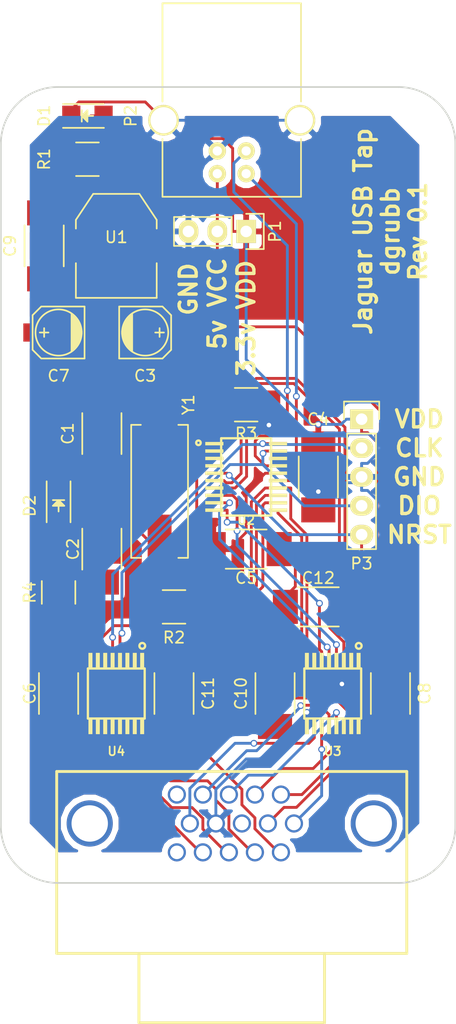
<source format=kicad_pcb>
(kicad_pcb (version 4) (host pcbnew 4.0.2+dfsg1-stable)

  (general
    (links 81)
    (no_connects 0)
    (area 116.764999 44.374999 156.915001 114.525001)
    (thickness 1.6)
    (drawings 17)
    (tracks 423)
    (zones 0)
    (modules 27)
    (nets 41)
  )

  (page A4)
  (layers
    (0 F.Cu signal)
    (31 B.Cu signal)
    (32 B.Adhes user)
    (33 F.Adhes user)
    (34 B.Paste user)
    (35 F.Paste user)
    (36 B.SilkS user)
    (37 F.SilkS user)
    (38 B.Mask user)
    (39 F.Mask user)
    (40 Dwgs.User user)
    (41 Cmts.User user)
    (42 Eco1.User user)
    (43 Eco2.User user)
    (44 Edge.Cuts user)
    (45 Margin user)
    (46 B.CrtYd user)
    (47 F.CrtYd user)
    (48 B.Fab user)
    (49 F.Fab user)
  )

  (setup
    (last_trace_width 0.25)
    (trace_clearance 0.2)
    (zone_clearance 0.508)
    (zone_45_only no)
    (trace_min 0.2)
    (segment_width 0.2)
    (edge_width 0.15)
    (via_size 0.6)
    (via_drill 0.4)
    (via_min_size 0.4)
    (via_min_drill 0.3)
    (uvia_size 0.3)
    (uvia_drill 0.1)
    (uvias_allowed no)
    (uvia_min_size 0.2)
    (uvia_min_drill 0.1)
    (pcb_text_width 0.3)
    (pcb_text_size 1.5 1.5)
    (mod_edge_width 0.15)
    (mod_text_size 1 1)
    (mod_text_width 0.15)
    (pad_size 1.524 1.524)
    (pad_drill 0.762)
    (pad_to_mask_clearance 0.2)
    (aux_axis_origin 0 0)
    (visible_elements FFFFF77F)
    (pcbplotparams
      (layerselection 0x010f0_80000001)
      (usegerberextensions false)
      (excludeedgelayer true)
      (linewidth 0.100000)
      (plotframeref false)
      (viasonmask false)
      (mode 1)
      (useauxorigin false)
      (hpglpennumber 1)
      (hpglpenspeed 20)
      (hpglpendiameter 15)
      (hpglpenoverlay 2)
      (psnegative false)
      (psa4output false)
      (plotreference true)
      (plotvalue true)
      (plotinvisibletext false)
      (padsonsilk false)
      (subtractmaskfromsilk false)
      (outputformat 1)
      (mirror false)
      (drillshape 0)
      (scaleselection 1)
      (outputdirectory Gerbers/))
  )

  (net 0 "")
  (net 1 "Net-(C1-Pad1)")
  (net 2 GNDREF)
  (net 3 "Net-(C2-Pad1)")
  (net 4 VCC)
  (net 5 VDD)
  (net 6 "Net-(D1-Pad2)")
  (net 7 "Net-(J1-Pad15)")
  (net 8 R2_VCC)
  (net 9 R6_VCC)
  (net 10 R5_VCC)
  (net 11 R4_VCC)
  (net 12 R3_VCC)
  (net 13 "Net-(J1-Pad8)")
  (net 14 R1_VCC)
  (net 15 "Net-(J1-Pad5)")
  (net 16 C4_VCC)
  (net 17 C3_VCC)
  (net 18 C2_VCC)
  (net 19 C1_VCC)
  (net 20 D+)
  (net 21 D-)
  (net 22 R6_VDD)
  (net 23 R5_VDD)
  (net 24 NRST)
  (net 25 "Net-(R2-Pad1)")
  (net 26 "Net-(R3-Pad2)")
  (net 27 OE)
  (net 28 R4_VDD)
  (net 29 R1_VDD)
  (net 30 C4_VDD)
  (net 31 C3_VDD)
  (net 32 C2_VDD)
  (net 33 C1_VDD)
  (net 34 R3_VDD)
  (net 35 R2_VDD)
  (net 36 "Net-(U4-Pad10)")
  (net 37 "Net-(U4-Pad11)")
  (net 38 "Net-(U4-Pad6)")
  (net 39 "Net-(U4-Pad7)")
  (net 40 "Net-(D2-Pad2)")

  (net_class Default "This is the default net class."
    (clearance 0.2)
    (trace_width 0.25)
    (via_dia 0.6)
    (via_drill 0.4)
    (uvia_dia 0.3)
    (uvia_drill 0.1)
    (add_net C1_VCC)
    (add_net C1_VDD)
    (add_net C2_VCC)
    (add_net C2_VDD)
    (add_net C3_VCC)
    (add_net C3_VDD)
    (add_net C4_VCC)
    (add_net C4_VDD)
    (add_net D+)
    (add_net D-)
    (add_net GNDREF)
    (add_net NRST)
    (add_net "Net-(C1-Pad1)")
    (add_net "Net-(C2-Pad1)")
    (add_net "Net-(D1-Pad2)")
    (add_net "Net-(D2-Pad2)")
    (add_net "Net-(J1-Pad15)")
    (add_net "Net-(J1-Pad5)")
    (add_net "Net-(J1-Pad8)")
    (add_net "Net-(R2-Pad1)")
    (add_net "Net-(R3-Pad2)")
    (add_net "Net-(U4-Pad10)")
    (add_net "Net-(U4-Pad11)")
    (add_net "Net-(U4-Pad6)")
    (add_net "Net-(U4-Pad7)")
    (add_net OE)
    (add_net R1_VCC)
    (add_net R1_VDD)
    (add_net R2_VCC)
    (add_net R2_VDD)
    (add_net R3_VCC)
    (add_net R3_VDD)
    (add_net R4_VCC)
    (add_net R4_VDD)
    (add_net R5_VCC)
    (add_net R5_VDD)
    (add_net R6_VCC)
    (add_net R6_VDD)
    (add_net VCC)
    (add_net VDD)
  )

  (module Capacitors_SMD:C_1812_HandSoldering (layer F.Cu) (tedit 541A9C88) (tstamp 5A15D9B8)
    (at 125.73 74.93 90)
    (descr "Capacitor SMD 1812, hand soldering")
    (tags "capacitor 1812")
    (path /5A133F65)
    (attr smd)
    (fp_text reference C1 (at 0 -3 90) (layer F.SilkS)
      (effects (font (size 1 1) (thickness 0.15)))
    )
    (fp_text value 10pF (at 0 3 90) (layer F.Fab)
      (effects (font (size 1 1) (thickness 0.15)))
    )
    (fp_line (start -4.3 -1.85) (end 4.3 -1.85) (layer F.CrtYd) (width 0.05))
    (fp_line (start -4.3 1.85) (end 4.3 1.85) (layer F.CrtYd) (width 0.05))
    (fp_line (start -4.3 -1.85) (end -4.3 1.85) (layer F.CrtYd) (width 0.05))
    (fp_line (start 4.3 -1.85) (end 4.3 1.85) (layer F.CrtYd) (width 0.05))
    (fp_line (start 1.8 -1.725) (end -1.8 -1.725) (layer F.SilkS) (width 0.15))
    (fp_line (start -1.8 1.725) (end 1.8 1.725) (layer F.SilkS) (width 0.15))
    (pad 1 smd rect (at -2.9 0 90) (size 2.2 3) (layers F.Cu F.Paste F.Mask)
      (net 1 "Net-(C1-Pad1)"))
    (pad 2 smd rect (at 2.9 0 90) (size 2.2 3) (layers F.Cu F.Paste F.Mask)
      (net 2 GNDREF))
    (model Capacitors_SMD.3dshapes/C_1812_HandSoldering.wrl
      (at (xyz 0 0 0))
      (scale (xyz 1 1 1))
      (rotate (xyz 0 0 0))
    )
  )

  (module Capacitors_SMD:C_1812_HandSoldering (layer F.Cu) (tedit 5A133EDF) (tstamp 5A15D9C4)
    (at 125.73 85.09 270)
    (descr "Capacitor SMD 1812, hand soldering")
    (tags "capacitor 1812")
    (path /5A133F30)
    (attr smd)
    (fp_text reference C2 (at 0 2.54 270) (layer F.SilkS)
      (effects (font (size 1 1) (thickness 0.15)))
    )
    (fp_text value 10pF (at 0 3 270) (layer F.Fab)
      (effects (font (size 1 1) (thickness 0.15)))
    )
    (fp_line (start -4.3 -1.85) (end 4.3 -1.85) (layer F.CrtYd) (width 0.05))
    (fp_line (start -4.3 1.85) (end 4.3 1.85) (layer F.CrtYd) (width 0.05))
    (fp_line (start -4.3 -1.85) (end -4.3 1.85) (layer F.CrtYd) (width 0.05))
    (fp_line (start 4.3 -1.85) (end 4.3 1.85) (layer F.CrtYd) (width 0.05))
    (fp_line (start 1.8 -1.725) (end -1.8 -1.725) (layer F.SilkS) (width 0.15))
    (fp_line (start -1.8 1.725) (end 1.8 1.725) (layer F.SilkS) (width 0.15))
    (pad 1 smd rect (at -2.9 0 270) (size 2.2 3) (layers F.Cu F.Paste F.Mask)
      (net 3 "Net-(C2-Pad1)"))
    (pad 2 smd rect (at 2.9 0 270) (size 2.2 3) (layers F.Cu F.Paste F.Mask)
      (net 2 GNDREF))
    (model Capacitors_SMD.3dshapes/C_1812_HandSoldering.wrl
      (at (xyz 0 0 0))
      (scale (xyz 1 1 1))
      (rotate (xyz 0 0 0))
    )
  )

  (module Capacitors_SMD:c_elec_4x5.3 (layer F.Cu) (tedit 5A133FD2) (tstamp 5A15D9DF)
    (at 129.54 66.04)
    (descr "SMT capacitor, aluminium electrolytic, 4x5.3")
    (path /5A1313DB)
    (attr smd)
    (fp_text reference C3 (at 0 3.81) (layer F.SilkS)
      (effects (font (size 1 1) (thickness 0.15)))
    )
    (fp_text value 10uF (at 0 3.175) (layer F.Fab)
      (effects (font (size 1 1) (thickness 0.15)))
    )
    (fp_line (start -3.35 -2.65) (end 3.35 -2.65) (layer F.CrtYd) (width 0.05))
    (fp_line (start 3.35 -2.65) (end 3.35 2.65) (layer F.CrtYd) (width 0.05))
    (fp_line (start 3.35 2.65) (end -3.35 2.65) (layer F.CrtYd) (width 0.05))
    (fp_line (start -3.35 2.65) (end -3.35 -2.65) (layer F.CrtYd) (width 0.05))
    (fp_line (start 1.651 0) (end 0.889 0) (layer F.SilkS) (width 0.15))
    (fp_line (start 1.27 -0.381) (end 1.27 0.381) (layer F.SilkS) (width 0.15))
    (fp_line (start 1.524 2.286) (end -2.286 2.286) (layer F.SilkS) (width 0.15))
    (fp_line (start 2.286 -1.524) (end 2.286 1.524) (layer F.SilkS) (width 0.15))
    (fp_line (start 1.524 2.286) (end 2.286 1.524) (layer F.SilkS) (width 0.15))
    (fp_line (start 1.524 -2.286) (end -2.286 -2.286) (layer F.SilkS) (width 0.15))
    (fp_line (start 1.524 -2.286) (end 2.286 -1.524) (layer F.SilkS) (width 0.15))
    (fp_line (start -2.032 0.127) (end -2.032 -0.127) (layer F.SilkS) (width 0.15))
    (fp_line (start -1.905 -0.635) (end -1.905 0.635) (layer F.SilkS) (width 0.15))
    (fp_line (start -1.778 0.889) (end -1.778 -0.889) (layer F.SilkS) (width 0.15))
    (fp_line (start -1.651 1.143) (end -1.651 -1.143) (layer F.SilkS) (width 0.15))
    (fp_line (start -1.524 -1.27) (end -1.524 1.27) (layer F.SilkS) (width 0.15))
    (fp_line (start -1.397 1.397) (end -1.397 -1.397) (layer F.SilkS) (width 0.15))
    (fp_line (start -1.27 -1.524) (end -1.27 1.524) (layer F.SilkS) (width 0.15))
    (fp_line (start -1.143 -1.651) (end -1.143 1.651) (layer F.SilkS) (width 0.15))
    (fp_line (start -2.286 -2.286) (end -2.286 2.286) (layer F.SilkS) (width 0.15))
    (fp_circle (center 0 0) (end -2.032 0) (layer F.SilkS) (width 0.15))
    (pad 1 smd rect (at 1.80086 0) (size 2.60096 1.6002) (layers F.Cu F.Paste F.Mask)
      (net 4 VCC))
    (pad 2 smd rect (at -1.80086 0) (size 2.60096 1.6002) (layers F.Cu F.Paste F.Mask)
      (net 2 GNDREF))
    (model Capacitors_SMD.3dshapes/c_elec_4x5.3.wrl
      (at (xyz 0 0 0))
      (scale (xyz 1 1 1))
      (rotate (xyz 0 0 0))
    )
  )

  (module Capacitors_SMD:C_1812_HandSoldering (layer F.Cu) (tedit 5A133F00) (tstamp 5A15D9EB)
    (at 144.78 78.74 270)
    (descr "Capacitor SMD 1812, hand soldering")
    (tags "capacitor 1812")
    (path /5A1366E3)
    (attr smd)
    (fp_text reference C4 (at -5.08 0 360) (layer F.SilkS)
      (effects (font (size 1 1) (thickness 0.15)))
    )
    (fp_text value 0.1uF (at 0 3 270) (layer F.Fab)
      (effects (font (size 1 1) (thickness 0.15)))
    )
    (fp_line (start -4.3 -1.85) (end 4.3 -1.85) (layer F.CrtYd) (width 0.05))
    (fp_line (start -4.3 1.85) (end 4.3 1.85) (layer F.CrtYd) (width 0.05))
    (fp_line (start -4.3 -1.85) (end -4.3 1.85) (layer F.CrtYd) (width 0.05))
    (fp_line (start 4.3 -1.85) (end 4.3 1.85) (layer F.CrtYd) (width 0.05))
    (fp_line (start 1.8 -1.725) (end -1.8 -1.725) (layer F.SilkS) (width 0.15))
    (fp_line (start -1.8 1.725) (end 1.8 1.725) (layer F.SilkS) (width 0.15))
    (pad 1 smd rect (at -2.9 0 270) (size 2.2 3) (layers F.Cu F.Paste F.Mask)
      (net 5 VDD))
    (pad 2 smd rect (at 2.9 0 270) (size 2.2 3) (layers F.Cu F.Paste F.Mask)
      (net 2 GNDREF))
    (model Capacitors_SMD.3dshapes/C_1812_HandSoldering.wrl
      (at (xyz 0 0 0))
      (scale (xyz 1 1 1))
      (rotate (xyz 0 0 0))
    )
  )

  (module Capacitors_SMD:C_1812_HandSoldering (layer F.Cu) (tedit 5A133EF4) (tstamp 5A15D9F7)
    (at 138.43 85.09)
    (descr "Capacitor SMD 1812, hand soldering")
    (tags "capacitor 1812")
    (path /5A133582)
    (attr smd)
    (fp_text reference C5 (at 0 2.54) (layer F.SilkS)
      (effects (font (size 1 1) (thickness 0.15)))
    )
    (fp_text value 0.1uF (at 0 3) (layer F.Fab)
      (effects (font (size 1 1) (thickness 0.15)))
    )
    (fp_line (start -4.3 -1.85) (end 4.3 -1.85) (layer F.CrtYd) (width 0.05))
    (fp_line (start -4.3 1.85) (end 4.3 1.85) (layer F.CrtYd) (width 0.05))
    (fp_line (start -4.3 -1.85) (end -4.3 1.85) (layer F.CrtYd) (width 0.05))
    (fp_line (start 4.3 -1.85) (end 4.3 1.85) (layer F.CrtYd) (width 0.05))
    (fp_line (start 1.8 -1.725) (end -1.8 -1.725) (layer F.SilkS) (width 0.15))
    (fp_line (start -1.8 1.725) (end 1.8 1.725) (layer F.SilkS) (width 0.15))
    (pad 1 smd rect (at -2.9 0) (size 2.2 3) (layers F.Cu F.Paste F.Mask)
      (net 5 VDD))
    (pad 2 smd rect (at 2.9 0) (size 2.2 3) (layers F.Cu F.Paste F.Mask)
      (net 2 GNDREF))
    (model Capacitors_SMD.3dshapes/C_1812_HandSoldering.wrl
      (at (xyz 0 0 0))
      (scale (xyz 1 1 1))
      (rotate (xyz 0 0 0))
    )
  )

  (module Capacitors_SMD:C_1812_HandSoldering (layer F.Cu) (tedit 5A133ED8) (tstamp 5A15DA03)
    (at 121.92 97.79 270)
    (descr "Capacitor SMD 1812, hand soldering")
    (tags "capacitor 1812")
    (path /5A1335F5)
    (attr smd)
    (fp_text reference C6 (at 0 2.54 270) (layer F.SilkS)
      (effects (font (size 1 1) (thickness 0.15)))
    )
    (fp_text value 0.1uF (at 0 3 270) (layer F.Fab)
      (effects (font (size 1 1) (thickness 0.15)))
    )
    (fp_line (start -4.3 -1.85) (end 4.3 -1.85) (layer F.CrtYd) (width 0.05))
    (fp_line (start -4.3 1.85) (end 4.3 1.85) (layer F.CrtYd) (width 0.05))
    (fp_line (start -4.3 -1.85) (end -4.3 1.85) (layer F.CrtYd) (width 0.05))
    (fp_line (start 4.3 -1.85) (end 4.3 1.85) (layer F.CrtYd) (width 0.05))
    (fp_line (start 1.8 -1.725) (end -1.8 -1.725) (layer F.SilkS) (width 0.15))
    (fp_line (start -1.8 1.725) (end 1.8 1.725) (layer F.SilkS) (width 0.15))
    (pad 1 smd rect (at -2.9 0 270) (size 2.2 3) (layers F.Cu F.Paste F.Mask)
      (net 5 VDD))
    (pad 2 smd rect (at 2.9 0 270) (size 2.2 3) (layers F.Cu F.Paste F.Mask)
      (net 2 GNDREF))
    (model Capacitors_SMD.3dshapes/C_1812_HandSoldering.wrl
      (at (xyz 0 0 0))
      (scale (xyz 1 1 1))
      (rotate (xyz 0 0 0))
    )
  )

  (module Capacitors_SMD:c_elec_4x5.3 (layer F.Cu) (tedit 5A133FD3) (tstamp 5A15DA1E)
    (at 121.92 66.04 180)
    (descr "SMT capacitor, aluminium electrolytic, 4x5.3")
    (path /5A131412)
    (attr smd)
    (fp_text reference C7 (at 0 -3.81 180) (layer F.SilkS)
      (effects (font (size 1 1) (thickness 0.15)))
    )
    (fp_text value 10uF (at 0 3.175 180) (layer F.Fab)
      (effects (font (size 1 1) (thickness 0.15)))
    )
    (fp_line (start -3.35 -2.65) (end 3.35 -2.65) (layer F.CrtYd) (width 0.05))
    (fp_line (start 3.35 -2.65) (end 3.35 2.65) (layer F.CrtYd) (width 0.05))
    (fp_line (start 3.35 2.65) (end -3.35 2.65) (layer F.CrtYd) (width 0.05))
    (fp_line (start -3.35 2.65) (end -3.35 -2.65) (layer F.CrtYd) (width 0.05))
    (fp_line (start 1.651 0) (end 0.889 0) (layer F.SilkS) (width 0.15))
    (fp_line (start 1.27 -0.381) (end 1.27 0.381) (layer F.SilkS) (width 0.15))
    (fp_line (start 1.524 2.286) (end -2.286 2.286) (layer F.SilkS) (width 0.15))
    (fp_line (start 2.286 -1.524) (end 2.286 1.524) (layer F.SilkS) (width 0.15))
    (fp_line (start 1.524 2.286) (end 2.286 1.524) (layer F.SilkS) (width 0.15))
    (fp_line (start 1.524 -2.286) (end -2.286 -2.286) (layer F.SilkS) (width 0.15))
    (fp_line (start 1.524 -2.286) (end 2.286 -1.524) (layer F.SilkS) (width 0.15))
    (fp_line (start -2.032 0.127) (end -2.032 -0.127) (layer F.SilkS) (width 0.15))
    (fp_line (start -1.905 -0.635) (end -1.905 0.635) (layer F.SilkS) (width 0.15))
    (fp_line (start -1.778 0.889) (end -1.778 -0.889) (layer F.SilkS) (width 0.15))
    (fp_line (start -1.651 1.143) (end -1.651 -1.143) (layer F.SilkS) (width 0.15))
    (fp_line (start -1.524 -1.27) (end -1.524 1.27) (layer F.SilkS) (width 0.15))
    (fp_line (start -1.397 1.397) (end -1.397 -1.397) (layer F.SilkS) (width 0.15))
    (fp_line (start -1.27 -1.524) (end -1.27 1.524) (layer F.SilkS) (width 0.15))
    (fp_line (start -1.143 -1.651) (end -1.143 1.651) (layer F.SilkS) (width 0.15))
    (fp_line (start -2.286 -2.286) (end -2.286 2.286) (layer F.SilkS) (width 0.15))
    (fp_circle (center 0 0) (end -2.032 0) (layer F.SilkS) (width 0.15))
    (pad 1 smd rect (at 1.80086 0 180) (size 2.60096 1.6002) (layers F.Cu F.Paste F.Mask)
      (net 5 VDD))
    (pad 2 smd rect (at -1.80086 0 180) (size 2.60096 1.6002) (layers F.Cu F.Paste F.Mask)
      (net 2 GNDREF))
    (model Capacitors_SMD.3dshapes/c_elec_4x5.3.wrl
      (at (xyz 0 0 0))
      (scale (xyz 1 1 1))
      (rotate (xyz 0 0 0))
    )
  )

  (module Capacitors_SMD:C_1812_HandSoldering (layer F.Cu) (tedit 541A9C88) (tstamp 5A15DA2A)
    (at 151.13 97.79 270)
    (descr "Capacitor SMD 1812, hand soldering")
    (tags "capacitor 1812")
    (path /5A13665B)
    (attr smd)
    (fp_text reference C8 (at 0 -3 270) (layer F.SilkS)
      (effects (font (size 1 1) (thickness 0.15)))
    )
    (fp_text value 0.1uF (at 0 3 270) (layer F.Fab)
      (effects (font (size 1 1) (thickness 0.15)))
    )
    (fp_line (start -4.3 -1.85) (end 4.3 -1.85) (layer F.CrtYd) (width 0.05))
    (fp_line (start -4.3 1.85) (end 4.3 1.85) (layer F.CrtYd) (width 0.05))
    (fp_line (start -4.3 -1.85) (end -4.3 1.85) (layer F.CrtYd) (width 0.05))
    (fp_line (start 4.3 -1.85) (end 4.3 1.85) (layer F.CrtYd) (width 0.05))
    (fp_line (start 1.8 -1.725) (end -1.8 -1.725) (layer F.SilkS) (width 0.15))
    (fp_line (start -1.8 1.725) (end 1.8 1.725) (layer F.SilkS) (width 0.15))
    (pad 1 smd rect (at -2.9 0 270) (size 2.2 3) (layers F.Cu F.Paste F.Mask)
      (net 5 VDD))
    (pad 2 smd rect (at 2.9 0 270) (size 2.2 3) (layers F.Cu F.Paste F.Mask)
      (net 2 GNDREF))
    (model Capacitors_SMD.3dshapes/C_1812_HandSoldering.wrl
      (at (xyz 0 0 0))
      (scale (xyz 1 1 1))
      (rotate (xyz 0 0 0))
    )
  )

  (module Capacitors_SMD:C_1812_HandSoldering (layer F.Cu) (tedit 541A9C88) (tstamp 5A15DA36)
    (at 120.65 58.42 90)
    (descr "Capacitor SMD 1812, hand soldering")
    (tags "capacitor 1812")
    (path /5A1319EE)
    (attr smd)
    (fp_text reference C9 (at 0 -3 90) (layer F.SilkS)
      (effects (font (size 1 1) (thickness 0.15)))
    )
    (fp_text value 0.1uF (at 0 3 90) (layer F.Fab)
      (effects (font (size 1 1) (thickness 0.15)))
    )
    (fp_line (start -4.3 -1.85) (end 4.3 -1.85) (layer F.CrtYd) (width 0.05))
    (fp_line (start -4.3 1.85) (end 4.3 1.85) (layer F.CrtYd) (width 0.05))
    (fp_line (start -4.3 -1.85) (end -4.3 1.85) (layer F.CrtYd) (width 0.05))
    (fp_line (start 4.3 -1.85) (end 4.3 1.85) (layer F.CrtYd) (width 0.05))
    (fp_line (start 1.8 -1.725) (end -1.8 -1.725) (layer F.SilkS) (width 0.15))
    (fp_line (start -1.8 1.725) (end 1.8 1.725) (layer F.SilkS) (width 0.15))
    (pad 1 smd rect (at -2.9 0 90) (size 2.2 3) (layers F.Cu F.Paste F.Mask)
      (net 5 VDD))
    (pad 2 smd rect (at 2.9 0 90) (size 2.2 3) (layers F.Cu F.Paste F.Mask)
      (net 2 GNDREF))
    (model Capacitors_SMD.3dshapes/C_1812_HandSoldering.wrl
      (at (xyz 0 0 0))
      (scale (xyz 1 1 1))
      (rotate (xyz 0 0 0))
    )
  )

  (module Capacitors_SMD:C_1812_HandSoldering (layer F.Cu) (tedit 541A9C88) (tstamp 5A15DA42)
    (at 140.97 97.79 90)
    (descr "Capacitor SMD 1812, hand soldering")
    (tags "capacitor 1812")
    (path /5A13DACE)
    (attr smd)
    (fp_text reference C10 (at 0 -3 90) (layer F.SilkS)
      (effects (font (size 1 1) (thickness 0.15)))
    )
    (fp_text value 0.1uF (at 0 3 90) (layer F.Fab)
      (effects (font (size 1 1) (thickness 0.15)))
    )
    (fp_line (start -4.3 -1.85) (end 4.3 -1.85) (layer F.CrtYd) (width 0.05))
    (fp_line (start -4.3 1.85) (end 4.3 1.85) (layer F.CrtYd) (width 0.05))
    (fp_line (start -4.3 -1.85) (end -4.3 1.85) (layer F.CrtYd) (width 0.05))
    (fp_line (start 4.3 -1.85) (end 4.3 1.85) (layer F.CrtYd) (width 0.05))
    (fp_line (start 1.8 -1.725) (end -1.8 -1.725) (layer F.SilkS) (width 0.15))
    (fp_line (start -1.8 1.725) (end 1.8 1.725) (layer F.SilkS) (width 0.15))
    (pad 1 smd rect (at -2.9 0 90) (size 2.2 3) (layers F.Cu F.Paste F.Mask)
      (net 4 VCC))
    (pad 2 smd rect (at 2.9 0 90) (size 2.2 3) (layers F.Cu F.Paste F.Mask)
      (net 2 GNDREF))
    (model Capacitors_SMD.3dshapes/C_1812_HandSoldering.wrl
      (at (xyz 0 0 0))
      (scale (xyz 1 1 1))
      (rotate (xyz 0 0 0))
    )
  )

  (module Capacitors_SMD:C_1812_HandSoldering (layer F.Cu) (tedit 541A9C88) (tstamp 5A15DA4E)
    (at 132.08 97.79 270)
    (descr "Capacitor SMD 1812, hand soldering")
    (tags "capacitor 1812")
    (path /5A13DB15)
    (attr smd)
    (fp_text reference C11 (at 0 -3 270) (layer F.SilkS)
      (effects (font (size 1 1) (thickness 0.15)))
    )
    (fp_text value 0.1uF (at 0 3 270) (layer F.Fab)
      (effects (font (size 1 1) (thickness 0.15)))
    )
    (fp_line (start -4.3 -1.85) (end 4.3 -1.85) (layer F.CrtYd) (width 0.05))
    (fp_line (start -4.3 1.85) (end 4.3 1.85) (layer F.CrtYd) (width 0.05))
    (fp_line (start -4.3 -1.85) (end -4.3 1.85) (layer F.CrtYd) (width 0.05))
    (fp_line (start 4.3 -1.85) (end 4.3 1.85) (layer F.CrtYd) (width 0.05))
    (fp_line (start 1.8 -1.725) (end -1.8 -1.725) (layer F.SilkS) (width 0.15))
    (fp_line (start -1.8 1.725) (end 1.8 1.725) (layer F.SilkS) (width 0.15))
    (pad 1 smd rect (at -2.9 0 270) (size 2.2 3) (layers F.Cu F.Paste F.Mask)
      (net 4 VCC))
    (pad 2 smd rect (at 2.9 0 270) (size 2.2 3) (layers F.Cu F.Paste F.Mask)
      (net 2 GNDREF))
    (model Capacitors_SMD.3dshapes/C_1812_HandSoldering.wrl
      (at (xyz 0 0 0))
      (scale (xyz 1 1 1))
      (rotate (xyz 0 0 0))
    )
  )

  (module LEDs:LED_1206 (layer F.Cu) (tedit 5A133FC9) (tstamp 5A15DA64)
    (at 124.46 46.99)
    (descr "LED 1206 smd package")
    (tags "LED1206 SMD")
    (path /5A13036B)
    (attr smd)
    (fp_text reference D1 (at -3.81 0 90) (layer F.SilkS)
      (effects (font (size 1 1) (thickness 0.15)))
    )
    (fp_text value LED (at 0 2) (layer F.Fab)
      (effects (font (size 1 1) (thickness 0.15)))
    )
    (fp_line (start -2.15 1.05) (end 1.45 1.05) (layer F.SilkS) (width 0.15))
    (fp_line (start -2.15 -1.05) (end 1.45 -1.05) (layer F.SilkS) (width 0.15))
    (fp_line (start -0.1 -0.3) (end -0.1 0.3) (layer F.SilkS) (width 0.15))
    (fp_line (start -0.1 0.3) (end -0.4 0) (layer F.SilkS) (width 0.15))
    (fp_line (start -0.4 0) (end -0.2 -0.2) (layer F.SilkS) (width 0.15))
    (fp_line (start -0.2 -0.2) (end -0.2 0.05) (layer F.SilkS) (width 0.15))
    (fp_line (start -0.2 0.05) (end -0.25 0) (layer F.SilkS) (width 0.15))
    (fp_line (start -0.5 -0.5) (end -0.5 0.5) (layer F.SilkS) (width 0.15))
    (fp_line (start 0 0) (end 0.5 0) (layer F.SilkS) (width 0.15))
    (fp_line (start -0.5 0) (end 0 -0.5) (layer F.SilkS) (width 0.15))
    (fp_line (start 0 -0.5) (end 0 0.5) (layer F.SilkS) (width 0.15))
    (fp_line (start 0 0.5) (end -0.5 0) (layer F.SilkS) (width 0.15))
    (fp_line (start 2.5 -1.25) (end -2.5 -1.25) (layer F.CrtYd) (width 0.05))
    (fp_line (start -2.5 -1.25) (end -2.5 1.25) (layer F.CrtYd) (width 0.05))
    (fp_line (start -2.5 1.25) (end 2.5 1.25) (layer F.CrtYd) (width 0.05))
    (fp_line (start 2.5 1.25) (end 2.5 -1.25) (layer F.CrtYd) (width 0.05))
    (pad 2 smd rect (at 1.41986 0 180) (size 1.59766 1.80086) (layers F.Cu F.Paste F.Mask)
      (net 6 "Net-(D1-Pad2)"))
    (pad 1 smd rect (at -1.41986 0 180) (size 1.59766 1.80086) (layers F.Cu F.Paste F.Mask)
      (net 2 GNDREF))
    (model LEDs.3dshapes/LED_1206.wrl
      (at (xyz 0 0 0))
      (scale (xyz 1 1 1))
      (rotate (xyz 0 0 180))
    )
  )

  (module DB15-SPC15430:conn_SPC15430 (layer F.Cu) (tedit 0) (tstamp 5A15DA80)
    (at 137.16 109.22 180)
    (path /5A1324C7)
    (fp_text reference J1 (at -8.6487 -6.9088 180) (layer F.SilkS) hide
      (effects (font (size 0.59944 0.59944) (thickness 0.0508)))
    )
    (fp_text value DB15 (at 6.858 -6.7945 180) (layer F.SilkS) hide
      (effects (font (size 0.59944 0.59944) (thickness 0.0508)))
    )
    (fp_line (start -8.1661 -17.526) (end -8.1661 -11.43) (layer F.SilkS) (width 0.254))
    (fp_line (start -8.1661 -17.526) (end 8.1661 -17.526) (layer F.SilkS) (width 0.254))
    (fp_line (start 8.1661 -17.526) (end 8.1661 -11.43) (layer F.SilkS) (width 0.254))
    (fp_line (start -15.4051 -11.43) (end 15.4051 -11.43) (layer F.SilkS) (width 0.254))
    (fp_line (start 15.4051 -11.43) (end 15.4051 4.572) (layer F.SilkS) (width 0.254))
    (fp_line (start 15.4051 4.572) (end -15.4051 4.572) (layer F.SilkS) (width 0.254))
    (fp_line (start -15.4051 -11.43) (end -15.4051 4.572) (layer F.SilkS) (width 0.254))
    (pad 0 thru_hole circle (at -12.49934 0 180) (size 4.064 4.064) (drill 3.2004) (layers *.Cu *.Mask))
    (pad 0 thru_hole circle (at 12.49934 0 180) (size 4.064 4.064) (drill 3.2004) (layers *.Cu *.Mask))
    (pad 15 thru_hole circle (at 4.83 -2.54 180) (size 1.6002 1.6002) (drill 1.19126) (layers *.Cu *.Mask)
      (net 7 "Net-(J1-Pad15)"))
    (pad 10 thru_hole circle (at 3.685 0 180) (size 1.6002 1.6002) (drill 1.19126) (layers *.Cu *.Mask)
      (net 8 R2_VCC))
    (pad 14 thru_hole circle (at 2.54 -2.54 180) (size 1.6002 1.6002) (drill 1.19126) (layers *.Cu *.Mask)
      (net 9 R6_VCC))
    (pad 13 thru_hole circle (at 0.25 -2.54 180) (size 1.6002 1.6002) (drill 1.19126) (layers *.Cu *.Mask)
      (net 10 R5_VCC))
    (pad 12 thru_hole circle (at -2.04 -2.54 180) (size 1.6002 1.6002) (drill 1.19126) (layers *.Cu *.Mask)
      (net 11 R4_VCC))
    (pad 11 thru_hole circle (at -4.33 -2.54 180) (size 1.6002 1.6002) (drill 1.19126) (layers *.Cu *.Mask)
      (net 12 R3_VCC))
    (pad 9 thru_hole circle (at 1.395 0 180) (size 1.6002 1.6002) (drill 1.19126) (layers *.Cu *.Mask)
      (net 2 GNDREF))
    (pad 8 thru_hole circle (at -0.895 0 180) (size 1.6002 1.6002) (drill 1.19126) (layers *.Cu *.Mask)
      (net 13 "Net-(J1-Pad8)"))
    (pad 7 thru_hole circle (at -3.185 0 180) (size 1.6002 1.6002) (drill 1.19126) (layers *.Cu *.Mask)
      (net 4 VCC))
    (pad 6 thru_hole circle (at -5.475 0 180) (size 1.6002 1.6002) (drill 1.2) (layers *.Cu *.Mask)
      (net 14 R1_VCC))
    (pad 5 thru_hole circle (at 4.83 2.54 180) (size 1.6002 1.6002) (drill 1.19126) (layers *.Cu *.Mask)
      (net 15 "Net-(J1-Pad5)"))
    (pad 4 thru_hole circle (at 2.54 2.54 180) (size 1.6002 1.6002) (drill 1.19126) (layers *.Cu *.Mask)
      (net 16 C4_VCC))
    (pad 3 thru_hole circle (at 0.25 2.54 180) (size 1.6002 1.6002) (drill 1.19126) (layers *.Cu *.Mask)
      (net 17 C3_VCC))
    (pad 2 thru_hole circle (at -2.04 2.54 180) (size 1.6002 1.6002) (drill 1.19126) (layers *.Cu *.Mask)
      (net 18 C2_VCC))
    (pad 1 thru_hole circle (at -4.33 2.54 180) (size 1.6002 1.6002) (drill 1.19126) (layers *.Cu *.Mask)
      (net 19 C1_VCC))
    (model conn_spc15430.wrl
      (at (xyz 0 0 0))
      (scale (xyz 1 1 1))
      (rotate (xyz 0 0 0))
    )
  )

  (module Pin_Headers:Pin_Header_Straight_1x03 (layer F.Cu) (tedit 5A133FDD) (tstamp 5A15DA92)
    (at 138.43 57.15 270)
    (descr "Through hole pin header")
    (tags "pin header")
    (path /5A1392D6)
    (fp_text reference P1 (at 0 -2.54 270) (layer F.SilkS)
      (effects (font (size 1 1) (thickness 0.15)))
    )
    (fp_text value CONN_01X03 (at 0 -3.1 270) (layer F.Fab)
      (effects (font (size 1 1) (thickness 0.15)))
    )
    (fp_line (start -1.75 -1.75) (end -1.75 6.85) (layer F.CrtYd) (width 0.05))
    (fp_line (start 1.75 -1.75) (end 1.75 6.85) (layer F.CrtYd) (width 0.05))
    (fp_line (start -1.75 -1.75) (end 1.75 -1.75) (layer F.CrtYd) (width 0.05))
    (fp_line (start -1.75 6.85) (end 1.75 6.85) (layer F.CrtYd) (width 0.05))
    (fp_line (start -1.27 1.27) (end -1.27 6.35) (layer F.SilkS) (width 0.15))
    (fp_line (start -1.27 6.35) (end 1.27 6.35) (layer F.SilkS) (width 0.15))
    (fp_line (start 1.27 6.35) (end 1.27 1.27) (layer F.SilkS) (width 0.15))
    (fp_line (start 1.55 -1.55) (end 1.55 0) (layer F.SilkS) (width 0.15))
    (fp_line (start 1.27 1.27) (end -1.27 1.27) (layer F.SilkS) (width 0.15))
    (fp_line (start -1.55 0) (end -1.55 -1.55) (layer F.SilkS) (width 0.15))
    (fp_line (start -1.55 -1.55) (end 1.55 -1.55) (layer F.SilkS) (width 0.15))
    (pad 1 thru_hole rect (at 0 0 270) (size 2.032 1.7272) (drill 1.016) (layers *.Cu *.Mask F.SilkS)
      (net 5 VDD))
    (pad 2 thru_hole oval (at 0 2.54 270) (size 2.032 1.7272) (drill 1.016) (layers *.Cu *.Mask F.SilkS)
      (net 4 VCC))
    (pad 3 thru_hole oval (at 0 5.08 270) (size 2.032 1.7272) (drill 1.016) (layers *.Cu *.Mask F.SilkS)
      (net 2 GNDREF))
    (model Pin_Headers.3dshapes/Pin_Header_Straight_1x03.wrl
      (at (xyz 0 -0.1 0))
      (scale (xyz 1 1 1))
      (rotate (xyz 0 0 90))
    )
  )

  (module Connect:USB_B (layer F.Cu) (tedit 5A1470E8) (tstamp 5A15DAA6)
    (at 135.89 52.07 90)
    (descr "USB B connector")
    (tags "USB_B USB_DEV")
    (path /5A130052)
    (fp_text reference P2 (at 5.08 -7.62 270) (layer F.SilkS)
      (effects (font (size 1 1) (thickness 0.15)))
    )
    (fp_text value USB_B (at 4.699 1.27 180) (layer F.Fab)
      (effects (font (size 1 1) (thickness 0.15)))
    )
    (fp_line (start 15.25 8.9) (end -2.3 8.9) (layer F.CrtYd) (width 0.05))
    (fp_line (start -2.3 8.9) (end -2.3 -6.35) (layer F.CrtYd) (width 0.05))
    (fp_line (start -2.3 -6.35) (end 15.25 -6.35) (layer F.CrtYd) (width 0.05))
    (fp_line (start 15.25 -6.35) (end 15.25 8.9) (layer F.CrtYd) (width 0.05))
    (fp_line (start 6.35 7.366) (end 14.986 7.366) (layer F.SilkS) (width 0.15))
    (fp_line (start -2.032 7.366) (end 3.048 7.366) (layer F.SilkS) (width 0.15))
    (fp_line (start 6.35 -4.826) (end 14.986 -4.826) (layer F.SilkS) (width 0.15))
    (fp_line (start -2.032 -4.826) (end 3.048 -4.826) (layer F.SilkS) (width 0.15))
    (fp_line (start 14.986 -4.826) (end 14.986 7.366) (layer F.SilkS) (width 0.15))
    (fp_line (start -2.032 7.366) (end -2.032 -4.826) (layer F.SilkS) (width 0.15))
    (pad 2 thru_hole circle (at 0 2.54) (size 1.524 1.524) (drill 0.8128) (layers *.Cu *.Mask F.SilkS)
      (net 20 D+))
    (pad 1 thru_hole circle (at 0 0) (size 1.524 1.524) (drill 0.8128) (layers *.Cu *.Mask F.SilkS)
      (net 4 VCC))
    (pad 4 thru_hole circle (at 1.99898 0) (size 1.524 1.524) (drill 0.8128) (layers *.Cu *.Mask F.SilkS)
      (net 2 GNDREF))
    (pad 3 thru_hole circle (at 1.99898 2.54) (size 1.524 1.524) (drill 0.8128) (layers *.Cu *.Mask F.SilkS)
      (net 21 D-))
    (pad 5 thru_hole circle (at 4.699 7.26948) (size 2.70002 2.70002) (drill 2.30124) (layers *.Cu *.Mask F.SilkS)
      (net 2 GNDREF))
    (pad 5 thru_hole circle (at 4.699 -4.72948) (size 2.70002 2.70002) (drill 2.30124) (layers *.Cu *.Mask F.SilkS)
      (net 2 GNDREF))
    (model Connect.3dshapes/USB_B.wrl
      (at (xyz 0.185 -0.05 0.001))
      (scale (xyz 0.3937 0.3937 0.3937))
      (rotate (xyz 0 0 -90))
    )
  )

  (module Pin_Headers:Pin_Header_Straight_1x05 (layer F.Cu) (tedit 5A133F03) (tstamp 5A15DABA)
    (at 148.59 73.66)
    (descr "Through hole pin header")
    (tags "pin header")
    (path /5A1301E3)
    (fp_text reference P3 (at 0 12.7 180) (layer F.SilkS)
      (effects (font (size 1 1) (thickness 0.15)))
    )
    (fp_text value CONN_01X05 (at 0 -3.1) (layer F.Fab)
      (effects (font (size 1 1) (thickness 0.15)))
    )
    (fp_line (start -1.55 0) (end -1.55 -1.55) (layer F.SilkS) (width 0.15))
    (fp_line (start -1.55 -1.55) (end 1.55 -1.55) (layer F.SilkS) (width 0.15))
    (fp_line (start 1.55 -1.55) (end 1.55 0) (layer F.SilkS) (width 0.15))
    (fp_line (start -1.75 -1.75) (end -1.75 11.95) (layer F.CrtYd) (width 0.05))
    (fp_line (start 1.75 -1.75) (end 1.75 11.95) (layer F.CrtYd) (width 0.05))
    (fp_line (start -1.75 -1.75) (end 1.75 -1.75) (layer F.CrtYd) (width 0.05))
    (fp_line (start -1.75 11.95) (end 1.75 11.95) (layer F.CrtYd) (width 0.05))
    (fp_line (start 1.27 1.27) (end 1.27 11.43) (layer F.SilkS) (width 0.15))
    (fp_line (start 1.27 11.43) (end -1.27 11.43) (layer F.SilkS) (width 0.15))
    (fp_line (start -1.27 11.43) (end -1.27 1.27) (layer F.SilkS) (width 0.15))
    (fp_line (start 1.27 1.27) (end -1.27 1.27) (layer F.SilkS) (width 0.15))
    (pad 1 thru_hole rect (at 0 0) (size 2.032 1.7272) (drill 1.016) (layers *.Cu *.Mask F.SilkS)
      (net 5 VDD))
    (pad 2 thru_hole oval (at 0 2.54) (size 2.032 1.7272) (drill 1.016) (layers *.Cu *.Mask F.SilkS)
      (net 22 R6_VDD))
    (pad 3 thru_hole oval (at 0 5.08) (size 2.032 1.7272) (drill 1.016) (layers *.Cu *.Mask F.SilkS)
      (net 2 GNDREF))
    (pad 4 thru_hole oval (at 0 7.62) (size 2.032 1.7272) (drill 1.016) (layers *.Cu *.Mask F.SilkS)
      (net 23 R5_VDD))
    (pad 5 thru_hole oval (at 0 10.16) (size 2.032 1.7272) (drill 1.016) (layers *.Cu *.Mask F.SilkS)
      (net 24 NRST))
    (model Pin_Headers.3dshapes/Pin_Header_Straight_1x05.wrl
      (at (xyz 0 -0.2 0))
      (scale (xyz 1 1 1))
      (rotate (xyz 0 0 90))
    )
  )

  (module Resistors_SMD:R_1210_HandSoldering (layer F.Cu) (tedit 5A133FC5) (tstamp 5A15DAC6)
    (at 124.46 50.8 180)
    (descr "Resistor SMD 1210, hand soldering")
    (tags "resistor 1210")
    (path /5A13033C)
    (attr smd)
    (fp_text reference R1 (at 3.81 0 270) (layer F.SilkS)
      (effects (font (size 1 1) (thickness 0.15)))
    )
    (fp_text value 650 (at 0 2.7 180) (layer F.Fab)
      (effects (font (size 1 1) (thickness 0.15)))
    )
    (fp_line (start -3.3 -1.6) (end 3.3 -1.6) (layer F.CrtYd) (width 0.05))
    (fp_line (start -3.3 1.6) (end 3.3 1.6) (layer F.CrtYd) (width 0.05))
    (fp_line (start -3.3 -1.6) (end -3.3 1.6) (layer F.CrtYd) (width 0.05))
    (fp_line (start 3.3 -1.6) (end 3.3 1.6) (layer F.CrtYd) (width 0.05))
    (fp_line (start 1 1.475) (end -1 1.475) (layer F.SilkS) (width 0.15))
    (fp_line (start -1 -1.475) (end 1 -1.475) (layer F.SilkS) (width 0.15))
    (pad 1 smd rect (at -2 0 180) (size 2 2.5) (layers F.Cu F.Paste F.Mask)
      (net 5 VDD))
    (pad 2 smd rect (at 2 0 180) (size 2 2.5) (layers F.Cu F.Paste F.Mask)
      (net 6 "Net-(D1-Pad2)"))
    (model Resistors_SMD.3dshapes/R_1210_HandSoldering.wrl
      (at (xyz 0 0 0))
      (scale (xyz 1 1 1))
      (rotate (xyz 0 0 0))
    )
  )

  (module Resistors_SMD:R_1210_HandSoldering (layer F.Cu) (tedit 5418A32D) (tstamp 5A15DAD2)
    (at 132.08 90.17 180)
    (descr "Resistor SMD 1210, hand soldering")
    (tags "resistor 1210")
    (path /5A133C7C)
    (attr smd)
    (fp_text reference R2 (at 0 -2.7 180) (layer F.SilkS)
      (effects (font (size 1 1) (thickness 0.15)))
    )
    (fp_text value 200K (at 0 2.7 180) (layer F.Fab)
      (effects (font (size 1 1) (thickness 0.15)))
    )
    (fp_line (start -3.3 -1.6) (end 3.3 -1.6) (layer F.CrtYd) (width 0.05))
    (fp_line (start -3.3 1.6) (end 3.3 1.6) (layer F.CrtYd) (width 0.05))
    (fp_line (start -3.3 -1.6) (end -3.3 1.6) (layer F.CrtYd) (width 0.05))
    (fp_line (start 3.3 -1.6) (end 3.3 1.6) (layer F.CrtYd) (width 0.05))
    (fp_line (start 1 1.475) (end -1 1.475) (layer F.SilkS) (width 0.15))
    (fp_line (start -1 -1.475) (end 1 -1.475) (layer F.SilkS) (width 0.15))
    (pad 1 smd rect (at -2 0 180) (size 2 2.5) (layers F.Cu F.Paste F.Mask)
      (net 25 "Net-(R2-Pad1)"))
    (pad 2 smd rect (at 2 0 180) (size 2 2.5) (layers F.Cu F.Paste F.Mask)
      (net 3 "Net-(C2-Pad1)"))
    (model Resistors_SMD.3dshapes/R_1210_HandSoldering.wrl
      (at (xyz 0 0 0))
      (scale (xyz 1 1 1))
      (rotate (xyz 0 0 0))
    )
  )

  (module Resistors_SMD:R_1210_HandSoldering (layer F.Cu) (tedit 5A14700A) (tstamp 5A15DADE)
    (at 138.43 72.39 180)
    (descr "Resistor SMD 1210, hand soldering")
    (tags "resistor 1210")
    (path /5A134EF7)
    (attr smd)
    (fp_text reference R3 (at 0 -2.54 180) (layer F.SilkS)
      (effects (font (size 1 1) (thickness 0.15)))
    )
    (fp_text value 10K (at 0 2.7 180) (layer F.Fab)
      (effects (font (size 1 1) (thickness 0.15)))
    )
    (fp_line (start -3.3 -1.6) (end 3.3 -1.6) (layer F.CrtYd) (width 0.05))
    (fp_line (start -3.3 1.6) (end 3.3 1.6) (layer F.CrtYd) (width 0.05))
    (fp_line (start -3.3 -1.6) (end -3.3 1.6) (layer F.CrtYd) (width 0.05))
    (fp_line (start 3.3 -1.6) (end 3.3 1.6) (layer F.CrtYd) (width 0.05))
    (fp_line (start 1 1.475) (end -1 1.475) (layer F.SilkS) (width 0.15))
    (fp_line (start -1 -1.475) (end 1 -1.475) (layer F.SilkS) (width 0.15))
    (pad 1 smd rect (at -2 0 180) (size 2 2.5) (layers F.Cu F.Paste F.Mask)
      (net 2 GNDREF))
    (pad 2 smd rect (at 2 0 180) (size 2 2.5) (layers F.Cu F.Paste F.Mask)
      (net 26 "Net-(R3-Pad2)"))
    (model Resistors_SMD.3dshapes/R_1210_HandSoldering.wrl
      (at (xyz 0 0 0))
      (scale (xyz 1 1 1))
      (rotate (xyz 0 0 0))
    )
  )

  (module TO_SOT_Packages_SMD:SOT-223 (layer F.Cu) (tedit 0) (tstamp 5A15DAEE)
    (at 127 58.42)
    (descr "module CMS SOT223 4 pins")
    (tags "CMS SOT")
    (path /5A131247)
    (attr smd)
    (fp_text reference U1 (at 0 -0.762) (layer F.SilkS)
      (effects (font (size 1 1) (thickness 0.15)))
    )
    (fp_text value NCP1117ST33T3G (at 0 0.762) (layer F.Fab)
      (effects (font (size 1 1) (thickness 0.15)))
    )
    (fp_line (start -3.556 1.524) (end -3.556 4.572) (layer F.SilkS) (width 0.15))
    (fp_line (start -3.556 4.572) (end 3.556 4.572) (layer F.SilkS) (width 0.15))
    (fp_line (start 3.556 4.572) (end 3.556 1.524) (layer F.SilkS) (width 0.15))
    (fp_line (start -3.556 -1.524) (end -3.556 -2.286) (layer F.SilkS) (width 0.15))
    (fp_line (start -3.556 -2.286) (end -2.032 -4.572) (layer F.SilkS) (width 0.15))
    (fp_line (start -2.032 -4.572) (end 2.032 -4.572) (layer F.SilkS) (width 0.15))
    (fp_line (start 2.032 -4.572) (end 3.556 -2.286) (layer F.SilkS) (width 0.15))
    (fp_line (start 3.556 -2.286) (end 3.556 -1.524) (layer F.SilkS) (width 0.15))
    (pad 4 smd rect (at 0 -3.302) (size 3.6576 2.032) (layers F.Cu F.Paste F.Mask))
    (pad 2 smd rect (at 0 3.302) (size 1.016 2.032) (layers F.Cu F.Paste F.Mask)
      (net 5 VDD))
    (pad 3 smd rect (at 2.286 3.302) (size 1.016 2.032) (layers F.Cu F.Paste F.Mask)
      (net 4 VCC))
    (pad 1 smd rect (at -2.286 3.302) (size 1.016 2.032) (layers F.Cu F.Paste F.Mask)
      (net 2 GNDREF))
    (model TO_SOT_Packages_SMD.3dshapes/SOT-223.wrl
      (at (xyz 0 0 0))
      (scale (xyz 0.4 0.4 0.4))
      (rotate (xyz 0 0 0))
    )
  )

  (module STM32F070F6:TSSOP20 (layer F.Cu) (tedit 5A147006) (tstamp 5A15DB0B)
    (at 138.43 78.74)
    (path /5A12FEAD)
    (solder_mask_margin 0.0762)
    (solder_paste_margin -0.0254)
    (attr smd)
    (fp_text reference U2 (at 0 3.81) (layer F.SilkS)
      (effects (font (size 0.762 0.762) (thickness 0.1524)))
    )
    (fp_text value STM32F070F6 (at 0 0) (layer F.SilkS) hide
      (effects (font (size 0.762 0.762) (thickness 0.1524)))
    )
    (fp_circle (center -4.2 -3) (end -4 -3) (layer F.SilkS) (width 0.2032))
    (fp_line (start -2.2 -3.4) (end -2.2 3.4) (layer F.SilkS) (width 0.2032))
    (fp_line (start -2.2 3.4) (end 2.2 3.4) (layer F.SilkS) (width 0.2032))
    (fp_line (start 2.2 3.4) (end 2.2 -3.4) (layer F.SilkS) (width 0.2032))
    (fp_line (start 2.2 -3.4) (end -2.2 -3.4) (layer F.SilkS) (width 0.2032))
    (pad 19 smd rect (at 2.8 -2.275) (size 1.6 0.3) (layers F.Cu F.Paste F.SilkS F.Mask)
      (net 23 R5_VDD))
    (pad 20 smd rect (at 2.8 -2.925) (size 1.6 0.3) (layers F.Cu F.Paste F.SilkS F.Mask)
      (net 22 R6_VDD))
    (pad 18 smd rect (at 2.8 -1.625) (size 1.6 0.3) (layers F.Cu F.Paste F.SilkS F.Mask)
      (net 20 D+))
    (pad 17 smd rect (at 2.8 -0.975) (size 1.6 0.3) (layers F.Cu F.Paste F.SilkS F.Mask)
      (net 21 D-))
    (pad 16 smd rect (at 2.8 -0.325) (size 1.6 0.3) (layers F.Cu F.Paste F.SilkS F.Mask)
      (net 5 VDD))
    (pad 15 smd rect (at 2.8 0.325) (size 1.6 0.3) (layers F.Cu F.Paste F.SilkS F.Mask)
      (net 2 GNDREF))
    (pad 14 smd rect (at 2.8 0.975) (size 1.6 0.3) (layers F.Cu F.Paste F.SilkS F.Mask)
      (net 27 OE))
    (pad 13 smd rect (at 2.8 1.625) (size 1.6 0.3) (layers F.Cu F.Paste F.SilkS F.Mask)
      (net 28 R4_VDD))
    (pad 10 smd rect (at -2.8 2.925) (size 1.6 0.3) (layers F.Cu F.Paste F.SilkS F.Mask)
      (net 29 R1_VDD))
    (pad 9 smd rect (at -2.8 2.275) (size 1.6 0.3) (layers F.Cu F.Paste F.SilkS F.Mask)
      (net 30 C4_VDD))
    (pad 8 smd rect (at -2.8 1.625) (size 1.6 0.3) (layers F.Cu F.Paste F.SilkS F.Mask)
      (net 31 C3_VDD))
    (pad 7 smd rect (at -2.8 0.975) (size 1.6 0.3) (layers F.Cu F.Paste F.SilkS F.Mask)
      (net 32 C2_VDD))
    (pad 1 smd rect (at -2.8 -2.925) (size 1.6 0.3) (layers F.Cu F.Paste F.SilkS F.Mask)
      (net 26 "Net-(R3-Pad2)"))
    (pad 2 smd rect (at -2.8 -2.275) (size 1.6 0.3) (layers F.Cu F.Paste F.SilkS F.Mask)
      (net 1 "Net-(C1-Pad1)"))
    (pad 3 smd rect (at -2.8 -1.625) (size 1.6 0.3) (layers F.Cu F.Paste F.SilkS F.Mask)
      (net 25 "Net-(R2-Pad1)"))
    (pad 4 smd rect (at -2.8 -0.975) (size 1.6 0.3) (layers F.Cu F.Paste F.SilkS F.Mask))
    (pad 5 smd rect (at -2.8 -0.325) (size 1.6 0.3) (layers F.Cu F.Paste F.SilkS F.Mask)
      (net 24 NRST))
    (pad 6 smd rect (at -2.8 0.325) (size 1.6 0.3) (layers F.Cu F.Paste F.SilkS F.Mask)
      (net 33 C1_VDD))
    (pad 12 smd rect (at 2.8 2.275) (size 1.6 0.3) (layers F.Cu F.Paste F.SilkS F.Mask)
      (net 34 R3_VDD))
    (pad 11 smd rect (at 2.8 2.925) (size 1.6 0.3) (layers F.Cu F.Paste F.SilkS F.Mask)
      (net 35 R2_VDD))
  )

  (module TXB0106:TSSOP16 (layer F.Cu) (tedit 5A133ECA) (tstamp 5A15DB24)
    (at 146.05 97.79 270)
    (path /5A135904)
    (solder_paste_margin -0.0508)
    (attr smd)
    (fp_text reference U3 (at 5.08 0 360) (layer F.SilkS)
      (effects (font (size 0.762 0.762) (thickness 0.1524)))
    )
    (fp_text value TXB0106 (at 0 0 270) (layer F.SilkS) hide
      (effects (font (size 0.762 0.762) (thickness 0.1524)))
    )
    (fp_circle (center -4.191 -2.286) (end -3.937 -2.286) (layer F.SilkS) (width 0.2032))
    (fp_line (start 2.19964 -2.49936) (end -2.19964 -2.49936) (layer F.SilkS) (width 0.2032))
    (fp_line (start -2.19964 -2.49936) (end -2.19964 2.49936) (layer F.SilkS) (width 0.2032))
    (fp_line (start -2.19964 2.49936) (end 2.19964 2.49936) (layer F.SilkS) (width 0.2032))
    (fp_line (start 2.19964 2.49936) (end 2.19964 -2.49936) (layer F.SilkS) (width 0.2032))
    (pad 9 smd rect (at 2.87528 2.27584 270) (size 1.39954 0.35052) (layers F.Cu F.Paste F.SilkS F.Mask)
      (net 2 GNDREF))
    (pad 10 smd rect (at 2.87528 1.6256 270) (size 1.39954 0.35052) (layers F.Cu F.Paste F.SilkS F.Mask)
      (net 8 R2_VCC))
    (pad 11 smd rect (at 2.87528 0.97536 270) (size 1.39954 0.35052) (layers F.Cu F.Paste F.SilkS F.Mask)
      (net 14 R1_VCC))
    (pad 12 smd rect (at 2.87528 0.32512 270) (size 1.39954 0.35052) (layers F.Cu F.Paste F.SilkS F.Mask)
      (net 16 C4_VCC))
    (pad 13 smd rect (at 2.87528 -0.32512 270) (size 1.39954 0.35052) (layers F.Cu F.Paste F.SilkS F.Mask)
      (net 17 C3_VCC))
    (pad 14 smd rect (at 2.87528 -0.97536 270) (size 1.39954 0.35052) (layers F.Cu F.Paste F.SilkS F.Mask)
      (net 18 C2_VCC))
    (pad 15 smd rect (at 2.87528 -1.6256 270) (size 1.39954 0.35052) (layers F.Cu F.Paste F.SilkS F.Mask)
      (net 4 VCC))
    (pad 16 smd rect (at 2.87528 -2.27584 270) (size 1.39954 0.35052) (layers F.Cu F.Paste F.SilkS F.Mask)
      (net 19 C1_VCC))
    (pad 1 smd rect (at -2.87528 -2.27584 270) (size 1.39954 0.35052) (layers F.Cu F.Paste F.SilkS F.Mask)
      (net 33 C1_VDD))
    (pad 2 smd rect (at -2.87528 -1.6256 270) (size 1.39954 0.35052) (layers F.Cu F.Paste F.SilkS F.Mask)
      (net 5 VDD))
    (pad 3 smd rect (at -2.87528 -0.97536 270) (size 1.39954 0.35052) (layers F.Cu F.Paste F.SilkS F.Mask)
      (net 32 C2_VDD))
    (pad 4 smd rect (at -2.87528 -0.32512 270) (size 1.39954 0.35052) (layers F.Cu F.Paste F.SilkS F.Mask)
      (net 31 C3_VDD))
    (pad 5 smd rect (at -2.87528 0.32512 270) (size 1.39954 0.35052) (layers F.Cu F.Paste F.SilkS F.Mask)
      (net 30 C4_VDD))
    (pad 6 smd rect (at -2.87528 0.97536 270) (size 1.39954 0.35052) (layers F.Cu F.Paste F.SilkS F.Mask)
      (net 29 R1_VDD))
    (pad 7 smd rect (at -2.87528 1.6256 270) (size 1.39954 0.35052) (layers F.Cu F.Paste F.SilkS F.Mask)
      (net 35 R2_VDD))
    (pad 8 smd rect (at -2.87528 2.27584 270) (size 1.39954 0.35052) (layers F.Cu F.Paste F.SilkS F.Mask)
      (net 27 OE))
  )

  (module TXB0106:TSSOP16 (layer F.Cu) (tedit 5A133ECF) (tstamp 5A15DB3D)
    (at 127 97.79 270)
    (path /5A13595B)
    (solder_paste_margin -0.0508)
    (attr smd)
    (fp_text reference U4 (at 5.08 0 360) (layer F.SilkS)
      (effects (font (size 0.762 0.762) (thickness 0.1524)))
    )
    (fp_text value TXB0106 (at 0 0 270) (layer F.SilkS) hide
      (effects (font (size 0.762 0.762) (thickness 0.1524)))
    )
    (fp_circle (center -4.191 -2.286) (end -3.937 -2.286) (layer F.SilkS) (width 0.2032))
    (fp_line (start 2.19964 -2.49936) (end -2.19964 -2.49936) (layer F.SilkS) (width 0.2032))
    (fp_line (start -2.19964 -2.49936) (end -2.19964 2.49936) (layer F.SilkS) (width 0.2032))
    (fp_line (start -2.19964 2.49936) (end 2.19964 2.49936) (layer F.SilkS) (width 0.2032))
    (fp_line (start 2.19964 2.49936) (end 2.19964 -2.49936) (layer F.SilkS) (width 0.2032))
    (pad 9 smd rect (at 2.87528 2.27584 270) (size 1.39954 0.35052) (layers F.Cu F.Paste F.SilkS F.Mask)
      (net 2 GNDREF))
    (pad 10 smd rect (at 2.87528 1.6256 270) (size 1.39954 0.35052) (layers F.Cu F.Paste F.SilkS F.Mask)
      (net 36 "Net-(U4-Pad10)"))
    (pad 11 smd rect (at 2.87528 0.97536 270) (size 1.39954 0.35052) (layers F.Cu F.Paste F.SilkS F.Mask)
      (net 37 "Net-(U4-Pad11)"))
    (pad 12 smd rect (at 2.87528 0.32512 270) (size 1.39954 0.35052) (layers F.Cu F.Paste F.SilkS F.Mask)
      (net 9 R6_VCC))
    (pad 13 smd rect (at 2.87528 -0.32512 270) (size 1.39954 0.35052) (layers F.Cu F.Paste F.SilkS F.Mask)
      (net 10 R5_VCC))
    (pad 14 smd rect (at 2.87528 -0.97536 270) (size 1.39954 0.35052) (layers F.Cu F.Paste F.SilkS F.Mask)
      (net 11 R4_VCC))
    (pad 15 smd rect (at 2.87528 -1.6256 270) (size 1.39954 0.35052) (layers F.Cu F.Paste F.SilkS F.Mask)
      (net 4 VCC))
    (pad 16 smd rect (at 2.87528 -2.27584 270) (size 1.39954 0.35052) (layers F.Cu F.Paste F.SilkS F.Mask)
      (net 12 R3_VCC))
    (pad 1 smd rect (at -2.87528 -2.27584 270) (size 1.39954 0.35052) (layers F.Cu F.Paste F.SilkS F.Mask)
      (net 34 R3_VDD))
    (pad 2 smd rect (at -2.87528 -1.6256 270) (size 1.39954 0.35052) (layers F.Cu F.Paste F.SilkS F.Mask)
      (net 5 VDD))
    (pad 3 smd rect (at -2.87528 -0.97536 270) (size 1.39954 0.35052) (layers F.Cu F.Paste F.SilkS F.Mask)
      (net 28 R4_VDD))
    (pad 4 smd rect (at -2.87528 -0.32512 270) (size 1.39954 0.35052) (layers F.Cu F.Paste F.SilkS F.Mask)
      (net 23 R5_VDD))
    (pad 5 smd rect (at -2.87528 0.32512 270) (size 1.39954 0.35052) (layers F.Cu F.Paste F.SilkS F.Mask)
      (net 22 R6_VDD))
    (pad 6 smd rect (at -2.87528 0.97536 270) (size 1.39954 0.35052) (layers F.Cu F.Paste F.SilkS F.Mask)
      (net 38 "Net-(U4-Pad6)"))
    (pad 7 smd rect (at -2.87528 1.6256 270) (size 1.39954 0.35052) (layers F.Cu F.Paste F.SilkS F.Mask)
      (net 39 "Net-(U4-Pad7)"))
    (pad 8 smd rect (at -2.87528 2.27584 270) (size 1.39954 0.35052) (layers F.Cu F.Paste F.SilkS F.Mask)
      (net 27 OE))
  )

  (module Crystals:Crystal_HC49-SD_SMD (layer F.Cu) (tedit 5A133EE7) (tstamp 5A15DB4C)
    (at 130.81 80.01 270)
    (descr "Crystal, Quarz, HC49-SD, SMD,")
    (tags "Crystal, Quarz, HC49-SD, SMD,")
    (path /5A133EF3)
    (attr smd)
    (fp_text reference Y1 (at -7.62 -2.54 270) (layer F.SilkS)
      (effects (font (size 1 1) (thickness 0.15)))
    )
    (fp_text value 8MHz (at 2.54 5.08 270) (layer F.Fab)
      (effects (font (size 1 1) (thickness 0.15)))
    )
    (fp_circle (center 0 0) (end 0.8509 0) (layer F.Adhes) (width 0.381))
    (fp_circle (center 0 0) (end 0.50038 0) (layer F.Adhes) (width 0.381))
    (fp_circle (center 0 0) (end 0.14986 0.0508) (layer F.Adhes) (width 0.381))
    (fp_line (start -5.84962 2.49936) (end 5.84962 2.49936) (layer F.SilkS) (width 0.15))
    (fp_line (start 5.84962 -2.49936) (end -5.84962 -2.49936) (layer F.SilkS) (width 0.15))
    (fp_line (start 5.84962 2.49936) (end 5.84962 1.651) (layer F.SilkS) (width 0.15))
    (fp_line (start 5.84962 -2.49936) (end 5.84962 -1.651) (layer F.SilkS) (width 0.15))
    (fp_line (start -5.84962 2.49936) (end -5.84962 1.651) (layer F.SilkS) (width 0.15))
    (fp_line (start -5.84962 -2.49936) (end -5.84962 -1.651) (layer F.SilkS) (width 0.15))
    (pad 1 smd rect (at -4.84886 0 270) (size 5.6007 2.10058) (layers F.Cu F.Paste F.Mask)
      (net 1 "Net-(C1-Pad1)"))
    (pad 2 smd rect (at 4.84886 0 270) (size 5.6007 2.10058) (layers F.Cu F.Paste F.Mask)
      (net 3 "Net-(C2-Pad1)"))
  )

  (module Capacitors_SMD:C_1812_HandSoldering (layer F.Cu) (tedit 5A146EA0) (tstamp 5A14740D)
    (at 144.78 90.17 180)
    (descr "Capacitor SMD 1812, hand soldering")
    (tags "capacitor 1812")
    (path /5A146FC4)
    (attr smd)
    (fp_text reference C12 (at 0 2.54 180) (layer F.SilkS)
      (effects (font (size 1 1) (thickness 0.15)))
    )
    (fp_text value 0.1uF (at 0 3 180) (layer F.Fab)
      (effects (font (size 1 1) (thickness 0.15)))
    )
    (fp_line (start -4.3 -1.85) (end 4.3 -1.85) (layer F.CrtYd) (width 0.05))
    (fp_line (start -4.3 1.85) (end 4.3 1.85) (layer F.CrtYd) (width 0.05))
    (fp_line (start -4.3 -1.85) (end -4.3 1.85) (layer F.CrtYd) (width 0.05))
    (fp_line (start 4.3 -1.85) (end 4.3 1.85) (layer F.CrtYd) (width 0.05))
    (fp_line (start 1.8 -1.725) (end -1.8 -1.725) (layer F.SilkS) (width 0.15))
    (fp_line (start -1.8 1.725) (end 1.8 1.725) (layer F.SilkS) (width 0.15))
    (pad 1 smd rect (at -2.9 0 180) (size 2.2 3) (layers F.Cu F.Paste F.Mask)
      (net 24 NRST))
    (pad 2 smd rect (at 2.9 0 180) (size 2.2 3) (layers F.Cu F.Paste F.Mask)
      (net 2 GNDREF))
    (model Capacitors_SMD.3dshapes/C_1812_HandSoldering.wrl
      (at (xyz 0 0 0))
      (scale (xyz 1 1 1))
      (rotate (xyz 0 0 0))
    )
  )

  (module LEDs:LED_1206 (layer F.Cu) (tedit 5A14741D) (tstamp 5A147D60)
    (at 121.92 81.28 270)
    (descr "LED 1206 smd package")
    (tags "LED1206 SMD")
    (path /5A1477B1)
    (attr smd)
    (fp_text reference D2 (at 0 2.54 270) (layer F.SilkS)
      (effects (font (size 1 1) (thickness 0.15)))
    )
    (fp_text value LED (at 0 2 270) (layer F.Fab)
      (effects (font (size 1 1) (thickness 0.15)))
    )
    (fp_line (start -2.15 1.05) (end 1.45 1.05) (layer F.SilkS) (width 0.15))
    (fp_line (start -2.15 -1.05) (end 1.45 -1.05) (layer F.SilkS) (width 0.15))
    (fp_line (start -0.1 -0.3) (end -0.1 0.3) (layer F.SilkS) (width 0.15))
    (fp_line (start -0.1 0.3) (end -0.4 0) (layer F.SilkS) (width 0.15))
    (fp_line (start -0.4 0) (end -0.2 -0.2) (layer F.SilkS) (width 0.15))
    (fp_line (start -0.2 -0.2) (end -0.2 0.05) (layer F.SilkS) (width 0.15))
    (fp_line (start -0.2 0.05) (end -0.25 0) (layer F.SilkS) (width 0.15))
    (fp_line (start -0.5 -0.5) (end -0.5 0.5) (layer F.SilkS) (width 0.15))
    (fp_line (start 0 0) (end 0.5 0) (layer F.SilkS) (width 0.15))
    (fp_line (start -0.5 0) (end 0 -0.5) (layer F.SilkS) (width 0.15))
    (fp_line (start 0 -0.5) (end 0 0.5) (layer F.SilkS) (width 0.15))
    (fp_line (start 0 0.5) (end -0.5 0) (layer F.SilkS) (width 0.15))
    (fp_line (start 2.5 -1.25) (end -2.5 -1.25) (layer F.CrtYd) (width 0.05))
    (fp_line (start -2.5 -1.25) (end -2.5 1.25) (layer F.CrtYd) (width 0.05))
    (fp_line (start -2.5 1.25) (end 2.5 1.25) (layer F.CrtYd) (width 0.05))
    (fp_line (start 2.5 1.25) (end 2.5 -1.25) (layer F.CrtYd) (width 0.05))
    (pad 2 smd rect (at 1.41986 0 90) (size 1.59766 1.80086) (layers F.Cu F.Paste F.Mask)
      (net 40 "Net-(D2-Pad2)"))
    (pad 1 smd rect (at -1.41986 0 90) (size 1.59766 1.80086) (layers F.Cu F.Paste F.Mask)
      (net 2 GNDREF))
    (model LEDs.3dshapes/LED_1206.wrl
      (at (xyz 0 0 0))
      (scale (xyz 1 1 1))
      (rotate (xyz 0 0 180))
    )
  )

  (module Resistors_SMD:R_1210_HandSoldering (layer F.Cu) (tedit 5A147420) (tstamp 5A147D6C)
    (at 121.92 88.9 90)
    (descr "Resistor SMD 1210, hand soldering")
    (tags "resistor 1210")
    (path /5A14786C)
    (attr smd)
    (fp_text reference R4 (at 0 -2.54 90) (layer F.SilkS)
      (effects (font (size 1 1) (thickness 0.15)))
    )
    (fp_text value 650 (at 0 2.7 90) (layer F.Fab)
      (effects (font (size 1 1) (thickness 0.15)))
    )
    (fp_line (start -3.3 -1.6) (end 3.3 -1.6) (layer F.CrtYd) (width 0.05))
    (fp_line (start -3.3 1.6) (end 3.3 1.6) (layer F.CrtYd) (width 0.05))
    (fp_line (start -3.3 -1.6) (end -3.3 1.6) (layer F.CrtYd) (width 0.05))
    (fp_line (start 3.3 -1.6) (end 3.3 1.6) (layer F.CrtYd) (width 0.05))
    (fp_line (start 1 1.475) (end -1 1.475) (layer F.SilkS) (width 0.15))
    (fp_line (start -1 -1.475) (end 1 -1.475) (layer F.SilkS) (width 0.15))
    (pad 1 smd rect (at -2 0 90) (size 2 2.5) (layers F.Cu F.Paste F.Mask)
      (net 27 OE))
    (pad 2 smd rect (at 2 0 90) (size 2 2.5) (layers F.Cu F.Paste F.Mask)
      (net 40 "Net-(D2-Pad2)"))
    (model Resistors_SMD.3dshapes/R_1210_HandSoldering.wrl
      (at (xyz 0 0 0))
      (scale (xyz 1 1 1))
      (rotate (xyz 0 0 0))
    )
  )

  (gr_text "Jaguar USB Tap\ndgrubb\nRev 0.1" (at 151.13 57.15 90) (layer F.SilkS)
    (effects (font (size 1.5 1.5) (thickness 0.3)))
  )
  (gr_text "3.3v VDD" (at 138.43 64.77 90) (layer F.SilkS)
    (effects (font (size 1.5 1.5) (thickness 0.3)))
  )
  (gr_text "5v VCC" (at 135.89 63.5 90) (layer F.SilkS)
    (effects (font (size 1.5 1.5) (thickness 0.3)))
  )
  (gr_text GND (at 133.35 62.23 90) (layer F.SilkS)
    (effects (font (size 1.5 1.5) (thickness 0.3)))
  )
  (gr_text NRST (at 153.67 83.82) (layer F.SilkS)
    (effects (font (size 1.5 1.5) (thickness 0.3)))
  )
  (gr_text DIO (at 153.67 81.28) (layer F.SilkS)
    (effects (font (size 1.5 1.5) (thickness 0.3)))
  )
  (gr_text GND (at 153.67 78.74) (layer F.SilkS)
    (effects (font (size 1.5 1.5) (thickness 0.3)))
  )
  (gr_text CLK (at 153.67 76.2) (layer F.SilkS)
    (effects (font (size 1.5 1.5) (thickness 0.3)))
  )
  (gr_text VDD (at 153.67 73.66) (layer F.SilkS)
    (effects (font (size 1.5 1.5) (thickness 0.3)))
  )
  (gr_arc (start 151.84 109.45) (end 156.84 109.45) (angle 90) (layer Edge.Cuts) (width 0.15))
  (gr_arc (start 121.84 109.45) (end 121.84 114.45) (angle 90) (layer Edge.Cuts) (width 0.15))
  (gr_arc (start 151.84 49.45) (end 151.84 44.45) (angle 90) (layer Edge.Cuts) (width 0.15))
  (gr_arc (start 121.84 49.45) (end 116.84 49.45) (angle 90) (layer Edge.Cuts) (width 0.15))
  (gr_line (start 156.84 49.45) (end 156.84 109.45) (angle 90) (layer Edge.Cuts) (width 0.15) (tstamp 5A15E0DE))
  (gr_line (start 121.84 114.45) (end 151.84 114.45) (angle 90) (layer Edge.Cuts) (width 0.15) (tstamp 5A15E0DA))
  (gr_line (start 116.84 49.45) (end 116.84 109.45) (angle 90) (layer Edge.Cuts) (width 0.15))
  (gr_line (start 121.84 44.45) (end 151.84 44.45) (angle 90) (layer Edge.Cuts) (width 0.15))

  (segment (start 125.73 77.83) (end 125.73 76.4047) (width 0.25) (layer F.Cu) (net 1))
  (segment (start 126.9736 75.1611) (end 130.81 75.1611) (width 0.25) (layer F.Cu) (net 1))
  (segment (start 125.73 76.4047) (end 126.9736 75.1611) (width 0.25) (layer F.Cu) (net 1))
  (segment (start 133.4895 76.465) (end 135.63 76.465) (width 0.25) (layer F.Cu) (net 1))
  (segment (start 132.1856 75.1611) (end 133.4895 76.465) (width 0.25) (layer F.Cu) (net 1))
  (segment (start 130.81 75.1611) (end 132.1856 75.1611) (width 0.25) (layer F.Cu) (net 1))
  (via (at 146.8544 96.9513) (size 0.6) (layers F.Cu B.Cu) (net 2))
  (via (at 143.7742 99.4476) (size 0.6) (layers F.Cu B.Cu) (net 2))
  (via (at 140.43 74.1806) (size 0.6) (layers F.Cu B.Cu) (net 2))
  (via (at 144.78 80.032) (size 0.6) (layers F.Cu B.Cu) (net 2))
  (segment (start 123.0401 46.99) (end 122.4781 46.99) (width 0.25) (layer F.Cu) (net 2))
  (segment (start 123.7039 45.7642) (end 122.4781 46.99) (width 0.25) (layer F.Cu) (net 2))
  (segment (start 129.5537 45.7642) (end 123.7039 45.7642) (width 0.25) (layer F.Cu) (net 2))
  (segment (start 131.1605 47.371) (end 129.5537 45.7642) (width 0.25) (layer F.Cu) (net 2))
  (segment (start 120.65 48.8181) (end 120.65 55.52) (width 0.25) (layer F.Cu) (net 2))
  (segment (start 122.4781 46.99) (end 120.65 48.8181) (width 0.25) (layer F.Cu) (net 2))
  (segment (start 141.33 85.09) (end 142.7553 85.09) (width 0.25) (layer F.Cu) (net 2))
  (segment (start 142.7553 88.382) (end 142.7553 85.09) (width 0.25) (layer F.Cu) (net 2))
  (segment (start 141.88 89.2573) (end 142.7553 88.382) (width 0.25) (layer F.Cu) (net 2))
  (segment (start 123.7209 66.04) (end 123.7209 67.1654) (width 0.25) (layer F.Cu) (net 2))
  (segment (start 141.88 90.17) (end 141.88 89.2573) (width 0.25) (layer F.Cu) (net 2))
  (segment (start 125.73 72.03) (end 125.73 73.4553) (width 0.25) (layer F.Cu) (net 2))
  (segment (start 127.7391 66.04) (end 127.7391 64.9146) (width 0.25) (layer F.Cu) (net 2))
  (segment (start 143.7742 99.4476) (end 143.7742 100.6653) (width 0.25) (layer F.Cu) (net 2))
  (segment (start 141.88 90.17) (end 141.88 91.9953) (width 0.25) (layer F.Cu) (net 2))
  (segment (start 121.92 77.2653) (end 121.92 79.8601) (width 0.25) (layer F.Cu) (net 2))
  (segment (start 125.73 73.4553) (end 121.92 77.2653) (width 0.25) (layer F.Cu) (net 2))
  (segment (start 123.4954 84.3301) (end 125.73 86.5647) (width 0.25) (layer F.Cu) (net 2))
  (segment (start 123.4954 81.9976) (end 123.4954 84.3301) (width 0.25) (layer F.Cu) (net 2))
  (segment (start 122.482 80.9842) (end 123.4954 81.9976) (width 0.25) (layer F.Cu) (net 2))
  (segment (start 121.92 80.9842) (end 122.482 80.9842) (width 0.25) (layer F.Cu) (net 2))
  (segment (start 121.92 79.8601) (end 121.92 80.9842) (width 0.25) (layer F.Cu) (net 2))
  (segment (start 125.73 69.1745) (end 123.7209 67.1654) (width 0.25) (layer F.Cu) (net 2))
  (segment (start 125.73 72.03) (end 125.73 69.1745) (width 0.25) (layer F.Cu) (net 2))
  (segment (start 127.7391 63.6826) (end 127.7391 64.9146) (width 0.25) (layer F.Cu) (net 2))
  (segment (start 127.3907 63.3342) (end 127.7391 63.6826) (width 0.25) (layer F.Cu) (net 2))
  (segment (start 124.714 61.722) (end 124.714 62.9507) (width 0.25) (layer F.Cu) (net 2))
  (segment (start 123.7209 66.04) (end 123.7209 64.9146) (width 0.25) (layer F.Cu) (net 2))
  (segment (start 124.714 63.3342) (end 127.3907 63.3342) (width 0.25) (layer F.Cu) (net 2))
  (segment (start 124.714 62.9507) (end 124.714 63.3342) (width 0.25) (layer F.Cu) (net 2))
  (segment (start 124.714 63.9215) (end 123.7209 64.9146) (width 0.25) (layer F.Cu) (net 2))
  (segment (start 124.714 63.3342) (end 124.714 63.9215) (width 0.25) (layer F.Cu) (net 2))
  (segment (start 149.9387 93.867) (end 146.8544 96.9513) (width 0.25) (layer B.Cu) (net 2))
  (segment (start 149.9387 80.7575) (end 149.9387 93.867) (width 0.25) (layer B.Cu) (net 2))
  (segment (start 149.1101 79.9289) (end 149.9387 80.7575) (width 0.25) (layer B.Cu) (net 2))
  (segment (start 148.59 79.9289) (end 149.1101 79.9289) (width 0.25) (layer B.Cu) (net 2))
  (segment (start 144.3581 99.4476) (end 143.7742 99.4476) (width 0.25) (layer B.Cu) (net 2))
  (segment (start 146.8544 96.9513) (end 144.3581 99.4476) (width 0.25) (layer B.Cu) (net 2))
  (segment (start 151.13 100.69) (end 149.3047 100.69) (width 0.25) (layer F.Cu) (net 2))
  (segment (start 139.6773 103.5445) (end 143.7742 99.4476) (width 0.25) (layer B.Cu) (net 2))
  (segment (start 138.4317 103.5445) (end 139.6773 103.5445) (width 0.25) (layer B.Cu) (net 2))
  (segment (start 135.765 106.2112) (end 138.4317 103.5445) (width 0.25) (layer B.Cu) (net 2))
  (segment (start 135.765 109.22) (end 135.765 106.2112) (width 0.25) (layer B.Cu) (net 2))
  (segment (start 124.7242 100.6653) (end 124.7242 100.5371) (width 0.25) (layer F.Cu) (net 2))
  (segment (start 121.92 100.69) (end 123.7453 100.69) (width 0.25) (layer F.Cu) (net 2))
  (segment (start 149.3047 99.4016) (end 146.8544 96.9513) (width 0.25) (layer F.Cu) (net 2))
  (segment (start 149.3047 100.69) (end 149.3047 99.4016) (width 0.25) (layer F.Cu) (net 2))
  (segment (start 141.606 96.9513) (end 140.97 96.3153) (width 0.25) (layer F.Cu) (net 2))
  (segment (start 146.8544 96.9513) (end 141.606 96.9513) (width 0.25) (layer F.Cu) (net 2))
  (segment (start 133.19 47.371) (end 135.89 50.071) (width 0.25) (layer B.Cu) (net 2))
  (segment (start 131.1605 47.371) (end 133.19 47.371) (width 0.25) (layer B.Cu) (net 2))
  (segment (start 138.59 47.371) (end 135.89 50.071) (width 0.25) (layer B.Cu) (net 2))
  (segment (start 143.1595 47.371) (end 138.59 47.371) (width 0.25) (layer B.Cu) (net 2))
  (segment (start 125.73 87.99) (end 125.73 86.5647) (width 0.25) (layer F.Cu) (net 2))
  (segment (start 141.2111 74.9617) (end 140.43 74.1806) (width 0.25) (layer B.Cu) (net 2))
  (segment (start 149.2528 74.9617) (end 141.2111 74.9617) (width 0.25) (layer B.Cu) (net 2))
  (segment (start 149.9837 75.6926) (end 149.2528 74.9617) (width 0.25) (layer B.Cu) (net 2))
  (segment (start 149.9837 76.6775) (end 149.9837 75.6926) (width 0.25) (layer B.Cu) (net 2))
  (segment (start 149.1101 77.5511) (end 149.9837 76.6775) (width 0.25) (layer B.Cu) (net 2))
  (segment (start 148.59 77.5511) (end 149.1101 77.5511) (width 0.25) (layer B.Cu) (net 2))
  (segment (start 140.43 72.39) (end 140.43 74.1806) (width 0.25) (layer F.Cu) (net 2))
  (segment (start 148.59 78.74) (end 148.59 77.5511) (width 0.25) (layer B.Cu) (net 2))
  (segment (start 133.35 67.1006) (end 140.43 74.1806) (width 0.25) (layer B.Cu) (net 2))
  (segment (start 133.35 57.15) (end 133.35 67.1006) (width 0.25) (layer B.Cu) (net 2))
  (segment (start 148.59 78.74) (end 148.59 79.2523) (width 0.25) (layer B.Cu) (net 2))
  (segment (start 148.59 79.2523) (end 148.59 79.9289) (width 0.25) (layer B.Cu) (net 2))
  (segment (start 144.78 81.64) (end 144.78 80.2147) (width 0.25) (layer F.Cu) (net 2))
  (segment (start 145.5597 79.2523) (end 144.78 80.032) (width 0.25) (layer B.Cu) (net 2))
  (segment (start 148.59 79.2523) (end 145.5597 79.2523) (width 0.25) (layer B.Cu) (net 2))
  (segment (start 144.78 80.2147) (end 144.78 80.032) (width 0.25) (layer F.Cu) (net 2))
  (segment (start 143.813 79.065) (end 144.78 80.032) (width 0.25) (layer F.Cu) (net 2))
  (segment (start 141.23 79.065) (end 143.813 79.065) (width 0.25) (layer F.Cu) (net 2))
  (segment (start 123.8982 100.5371) (end 123.7453 100.69) (width 0.25) (layer F.Cu) (net 2))
  (segment (start 124.7242 100.5371) (end 123.8982 100.5371) (width 0.25) (layer F.Cu) (net 2))
  (segment (start 140.97 94.89) (end 140.97 96.3153) (width 0.25) (layer F.Cu) (net 2))
  (segment (start 140.97 94.89) (end 140.97 93.4647) (width 0.25) (layer F.Cu) (net 2))
  (segment (start 140.97 92.9053) (end 141.88 91.9953) (width 0.25) (layer F.Cu) (net 2))
  (segment (start 140.97 93.4647) (end 140.97 92.9053) (width 0.25) (layer F.Cu) (net 2))
  (segment (start 128.4526 62.2723) (end 127.3907 63.3342) (width 0.25) (layer F.Cu) (net 2))
  (segment (start 128.4526 60.4998) (end 128.4526 62.2723) (width 0.25) (layer F.Cu) (net 2))
  (segment (start 131.8024 57.15) (end 128.4526 60.4998) (width 0.25) (layer F.Cu) (net 2))
  (segment (start 133.35 57.15) (end 131.8024 57.15) (width 0.25) (layer F.Cu) (net 2))
  (segment (start 133.35 52.611) (end 135.89 50.071) (width 0.25) (layer F.Cu) (net 2))
  (segment (start 133.35 57.15) (end 133.35 52.611) (width 0.25) (layer F.Cu) (net 2))
  (segment (start 132.08 100.69) (end 132.08 99.2647) (width 0.25) (layer F.Cu) (net 2))
  (segment (start 129.2031 96.3877) (end 132.08 99.2647) (width 0.25) (layer F.Cu) (net 2))
  (segment (start 130.2546 95.3362) (end 129.2031 96.3877) (width 0.25) (layer F.Cu) (net 2))
  (segment (start 130.2546 93.6521) (end 130.2546 95.3362) (width 0.25) (layer F.Cu) (net 2))
  (segment (start 130.442 93.4647) (end 130.2546 93.6521) (width 0.25) (layer F.Cu) (net 2))
  (segment (start 140.97 93.4647) (end 130.442 93.4647) (width 0.25) (layer F.Cu) (net 2))
  (segment (start 124.7242 99.9556) (end 124.7242 100.5371) (width 0.25) (layer F.Cu) (net 2))
  (segment (start 127.6004 97.0794) (end 124.7242 99.9556) (width 0.25) (layer F.Cu) (net 2))
  (segment (start 128.5114 97.0794) (end 127.6004 97.0794) (width 0.25) (layer F.Cu) (net 2))
  (segment (start 129.2031 96.3877) (end 128.5114 97.0794) (width 0.25) (layer F.Cu) (net 2))
  (segment (start 130.1999 88.5947) (end 130.08 88.5947) (width 0.25) (layer F.Cu) (net 3))
  (segment (start 130.81 87.9846) (end 130.1999 88.5947) (width 0.25) (layer F.Cu) (net 3))
  (segment (start 130.08 90.17) (end 130.08 88.5947) (width 0.25) (layer F.Cu) (net 3))
  (segment (start 130.81 84.8589) (end 130.81 85.3186) (width 0.25) (layer F.Cu) (net 3))
  (segment (start 130.81 85.3186) (end 130.81 87.9846) (width 0.25) (layer F.Cu) (net 3))
  (segment (start 125.73 82.19) (end 125.73 83.6153) (width 0.25) (layer F.Cu) (net 3))
  (segment (start 129.1067 83.6153) (end 125.73 83.6153) (width 0.25) (layer F.Cu) (net 3))
  (segment (start 130.81 85.3186) (end 129.1067 83.6153) (width 0.25) (layer F.Cu) (net 3))
  (segment (start 135.89 52.07) (end 135.89 57.15) (width 0.25) (layer F.Cu) (net 4))
  (segment (start 131.3409 66.04) (end 132.9667 66.04) (width 0.25) (layer F.Cu) (net 4))
  (segment (start 131.1373 64.9146) (end 131.3409 64.9146) (width 0.25) (layer F.Cu) (net 4))
  (segment (start 129.286 63.0633) (end 131.1373 64.9146) (width 0.25) (layer F.Cu) (net 4))
  (segment (start 129.286 61.722) (end 129.286 63.0633) (width 0.25) (layer F.Cu) (net 4))
  (segment (start 131.3409 66.04) (end 131.3409 64.9146) (width 0.25) (layer F.Cu) (net 4))
  (segment (start 135.89 57.15) (end 135.89 65.5397) (width 0.25) (layer F.Cu) (net 4))
  (segment (start 133.467 65.5397) (end 132.9667 66.04) (width 0.25) (layer F.Cu) (net 4))
  (segment (start 135.89 65.5397) (end 133.467 65.5397) (width 0.25) (layer F.Cu) (net 4))
  (segment (start 132.08 94.89) (end 132.08 96.2027) (width 0.25) (layer F.Cu) (net 4))
  (segment (start 128.6256 100.6653) (end 128.6256 99.6402) (width 0.25) (layer F.Cu) (net 4))
  (segment (start 140.97 100.69) (end 139.1447 100.69) (width 0.25) (layer F.Cu) (net 4))
  (segment (start 135.142 100.69) (end 139.1447 100.69) (width 0.25) (layer F.Cu) (net 4))
  (segment (start 135.142 99.2647) (end 135.142 100.69) (width 0.25) (layer F.Cu) (net 4))
  (segment (start 132.08 96.2027) (end 135.142 99.2647) (width 0.25) (layer F.Cu) (net 4))
  (segment (start 129.6162 99.6402) (end 128.6256 99.6402) (width 0.25) (layer F.Cu) (net 4))
  (segment (start 130.1369 100.1609) (end 129.6162 99.6402) (width 0.25) (layer F.Cu) (net 4))
  (segment (start 130.1369 101.8321) (end 130.1369 100.1609) (width 0.25) (layer F.Cu) (net 4))
  (segment (start 130.4202 102.1154) (end 130.1369 101.8321) (width 0.25) (layer F.Cu) (net 4))
  (segment (start 133.7166 102.1154) (end 130.4202 102.1154) (width 0.25) (layer F.Cu) (net 4))
  (segment (start 135.142 100.69) (end 133.7166 102.1154) (width 0.25) (layer F.Cu) (net 4))
  (segment (start 142.0482 98.1865) (end 140.97 99.2647) (width 0.25) (layer F.Cu) (net 4))
  (segment (start 146.2219 98.1865) (end 142.0482 98.1865) (width 0.25) (layer F.Cu) (net 4))
  (segment (start 147.6756 99.6402) (end 146.2219 98.1865) (width 0.25) (layer F.Cu) (net 4))
  (segment (start 147.6756 100.6653) (end 147.6756 99.6402) (width 0.25) (layer F.Cu) (net 4))
  (segment (start 140.97 100.69) (end 140.97 99.2647) (width 0.25) (layer F.Cu) (net 4))
  (segment (start 149.318 102.1154) (end 148.9314 101.7288) (width 0.25) (layer F.Cu) (net 4))
  (segment (start 152.8484 102.1154) (end 149.318 102.1154) (width 0.25) (layer F.Cu) (net 4))
  (segment (start 152.9554 102.0084) (end 152.8484 102.1154) (width 0.25) (layer F.Cu) (net 4))
  (segment (start 152.9554 75.6519) (end 152.9554 102.0084) (width 0.25) (layer F.Cu) (net 4))
  (segment (start 142.8432 65.5397) (end 152.9554 75.6519) (width 0.25) (layer F.Cu) (net 4))
  (segment (start 135.89 65.5397) (end 142.8432 65.5397) (width 0.25) (layer F.Cu) (net 4))
  (segment (start 141.7595 107.8055) (end 140.345 109.22) (width 0.25) (layer F.Cu) (net 4))
  (segment (start 142.8547 107.8055) (end 141.7595 107.8055) (width 0.25) (layer F.Cu) (net 4))
  (segment (start 148.9314 101.7288) (end 142.8547 107.8055) (width 0.25) (layer F.Cu) (net 4))
  (segment (start 148.6535 99.6402) (end 147.6756 99.6402) (width 0.25) (layer F.Cu) (net 4))
  (segment (start 148.8543 99.841) (end 148.6535 99.6402) (width 0.25) (layer F.Cu) (net 4))
  (segment (start 148.8543 101.6517) (end 148.8543 99.841) (width 0.25) (layer F.Cu) (net 4))
  (segment (start 148.9314 101.7288) (end 148.8543 101.6517) (width 0.25) (layer F.Cu) (net 4))
  (via (at 144.78 74.1198) (size 0.6) (layers F.Cu B.Cu) (net 5))
  (segment (start 120.65 61.32) (end 120.65 62.7453) (width 0.25) (layer F.Cu) (net 5))
  (segment (start 120.65 61.32) (end 122.4753 61.32) (width 0.25) (layer F.Cu) (net 5))
  (segment (start 127 61.722) (end 127 60.3807) (width 0.25) (layer F.Cu) (net 5))
  (segment (start 148.59 73.66) (end 147.2487 73.66) (width 0.25) (layer B.Cu) (net 5))
  (segment (start 133.049 50.8) (end 126.46 50.8) (width 0.25) (layer F.Cu) (net 5))
  (segment (start 134.8663 48.9827) (end 133.049 50.8) (width 0.25) (layer F.Cu) (net 5))
  (segment (start 136.383 48.9827) (end 134.8663 48.9827) (width 0.25) (layer F.Cu) (net 5))
  (segment (start 137.2411 49.8408) (end 136.383 48.9827) (width 0.25) (layer F.Cu) (net 5))
  (segment (start 137.2411 57.15) (end 137.2411 49.8408) (width 0.25) (layer F.Cu) (net 5))
  (segment (start 138.43 57.15) (end 137.2411 57.15) (width 0.25) (layer F.Cu) (net 5))
  (segment (start 126.46 50.8) (end 125.1347 50.8) (width 0.25) (layer F.Cu) (net 5))
  (segment (start 124.8275 51.1072) (end 125.1347 50.8) (width 0.25) (layer F.Cu) (net 5))
  (segment (start 124.8275 60.3667) (end 124.8275 51.1072) (width 0.25) (layer F.Cu) (net 5))
  (segment (start 123.4286 60.3667) (end 124.8275 60.3667) (width 0.25) (layer F.Cu) (net 5))
  (segment (start 122.4753 61.32) (end 123.4286 60.3667) (width 0.25) (layer F.Cu) (net 5))
  (segment (start 126.986 60.3667) (end 127 60.3807) (width 0.25) (layer F.Cu) (net 5))
  (segment (start 124.8275 60.3667) (end 126.986 60.3667) (width 0.25) (layer F.Cu) (net 5))
  (segment (start 120.1191 63.2762) (end 120.1191 66.04) (width 0.25) (layer F.Cu) (net 5))
  (segment (start 120.65 62.7453) (end 120.1191 63.2762) (width 0.25) (layer F.Cu) (net 5))
  (segment (start 121.7418 93.4647) (end 121.92 93.4647) (width 0.25) (layer F.Cu) (net 5))
  (segment (start 120.1191 91.842) (end 121.7418 93.4647) (width 0.25) (layer F.Cu) (net 5))
  (segment (start 120.1191 66.04) (end 120.1191 91.842) (width 0.25) (layer F.Cu) (net 5))
  (segment (start 121.92 94.89) (end 121.92 93.4647) (width 0.25) (layer F.Cu) (net 5))
  (segment (start 149.3047 95.2838) (end 149.3047 94.89) (width 0.25) (layer F.Cu) (net 5))
  (segment (start 148.6487 95.9398) (end 149.3047 95.2838) (width 0.25) (layer F.Cu) (net 5))
  (segment (start 147.6756 95.9398) (end 148.6487 95.9398) (width 0.25) (layer F.Cu) (net 5))
  (segment (start 147.6756 94.9147) (end 147.6756 95.9398) (width 0.25) (layer F.Cu) (net 5))
  (segment (start 151.13 94.89) (end 149.3047 94.89) (width 0.25) (layer F.Cu) (net 5))
  (segment (start 123.7453 95.2838) (end 123.7453 94.89) (width 0.25) (layer F.Cu) (net 5))
  (segment (start 124.4013 95.9398) (end 123.7453 95.2838) (width 0.25) (layer F.Cu) (net 5))
  (segment (start 128.6256 95.9398) (end 124.4013 95.9398) (width 0.25) (layer F.Cu) (net 5))
  (segment (start 128.6256 94.9147) (end 128.6256 95.9398) (width 0.25) (layer F.Cu) (net 5))
  (segment (start 121.92 94.89) (end 123.7453 94.89) (width 0.25) (layer F.Cu) (net 5))
  (segment (start 141.23 78.415) (end 140.1047 78.415) (width 0.25) (layer F.Cu) (net 5))
  (segment (start 135.53 85.09) (end 136.9553 85.09) (width 0.25) (layer F.Cu) (net 5))
  (segment (start 141.23 78.415) (end 142.3553 78.415) (width 0.25) (layer F.Cu) (net 5))
  (segment (start 143.505 77.2653) (end 142.3553 78.415) (width 0.25) (layer F.Cu) (net 5))
  (segment (start 144.78 77.2653) (end 143.505 77.2653) (width 0.25) (layer F.Cu) (net 5))
  (segment (start 144.78 75.84) (end 144.78 77.2653) (width 0.25) (layer F.Cu) (net 5))
  (segment (start 149.3047 93.4959) (end 149.3047 94.89) (width 0.25) (layer F.Cu) (net 5))
  (segment (start 149.9612 92.8394) (end 149.3047 93.4959) (width 0.25) (layer F.Cu) (net 5))
  (segment (start 149.9612 75.7) (end 149.9612 92.8394) (width 0.25) (layer F.Cu) (net 5))
  (segment (start 149.1101 74.8489) (end 149.9612 75.7) (width 0.25) (layer F.Cu) (net 5))
  (segment (start 148.59 74.8489) (end 149.1101 74.8489) (width 0.25) (layer F.Cu) (net 5))
  (segment (start 148.59 73.66) (end 148.59 74.8489) (width 0.25) (layer F.Cu) (net 5))
  (segment (start 138.4323 83.613) (end 136.9553 85.09) (width 0.25) (layer F.Cu) (net 5))
  (segment (start 138.4323 80.0874) (end 138.4323 83.613) (width 0.25) (layer F.Cu) (net 5))
  (segment (start 140.1047 78.415) (end 138.4323 80.0874) (width 0.25) (layer F.Cu) (net 5))
  (segment (start 144.78 75.84) (end 144.78 74.4147) (width 0.25) (layer F.Cu) (net 5))
  (segment (start 146.7889 74.1198) (end 144.78 74.1198) (width 0.25) (layer B.Cu) (net 5))
  (segment (start 147.2487 73.66) (end 146.7889 74.1198) (width 0.25) (layer B.Cu) (net 5))
  (segment (start 138.43 68.4123) (end 138.43 57.15) (width 0.25) (layer B.Cu) (net 5))
  (segment (start 144.1375 74.1198) (end 138.43 68.4123) (width 0.25) (layer B.Cu) (net 5))
  (segment (start 144.78 74.1198) (end 144.1375 74.1198) (width 0.25) (layer B.Cu) (net 5))
  (segment (start 144.78 74.4147) (end 144.78 74.1198) (width 0.25) (layer F.Cu) (net 5))
  (segment (start 124.7558 49.8295) (end 124.7558 46.99) (width 0.25) (layer F.Cu) (net 6))
  (segment (start 123.7853 50.8) (end 124.7558 49.8295) (width 0.25) (layer F.Cu) (net 6))
  (segment (start 122.46 50.8) (end 123.7853 50.8) (width 0.25) (layer F.Cu) (net 6))
  (segment (start 125.8799 46.99) (end 124.7558 46.99) (width 0.25) (layer F.Cu) (net 6))
  (via (at 139.1076 102.1676) (size 0.6) (layers F.Cu B.Cu) (net 8))
  (segment (start 137.4491 102.1676) (end 139.1076 102.1676) (width 0.25) (layer B.Cu) (net 8))
  (segment (start 133.475 106.1417) (end 137.4491 102.1676) (width 0.25) (layer B.Cu) (net 8))
  (segment (start 133.475 109.22) (end 133.475 106.1417) (width 0.25) (layer B.Cu) (net 8))
  (segment (start 143.9472 102.1676) (end 139.1076 102.1676) (width 0.25) (layer F.Cu) (net 8))
  (segment (start 144.4244 101.6904) (end 143.9472 102.1676) (width 0.25) (layer F.Cu) (net 8))
  (segment (start 144.4244 100.6653) (end 144.4244 101.6904) (width 0.25) (layer F.Cu) (net 8))
  (segment (start 134.404 111.76) (end 134.62 111.76) (width 0.25) (layer F.Cu) (net 9))
  (segment (start 126.6749 104.0309) (end 134.404 111.76) (width 0.25) (layer F.Cu) (net 9))
  (segment (start 126.6749 100.6653) (end 126.6749 104.0309) (width 0.25) (layer F.Cu) (net 9))
  (segment (start 136.6636 111.76) (end 136.91 111.76) (width 0.25) (layer F.Cu) (net 10))
  (segment (start 134.62 109.7164) (end 136.6636 111.76) (width 0.25) (layer F.Cu) (net 10))
  (segment (start 134.62 108.7714) (end 134.62 109.7164) (width 0.25) (layer F.Cu) (net 10))
  (segment (start 133.6736 107.825) (end 134.62 108.7714) (width 0.25) (layer F.Cu) (net 10))
  (segment (start 131.8783 107.825) (end 133.6736 107.825) (width 0.25) (layer F.Cu) (net 10))
  (segment (start 127.3251 103.2718) (end 131.8783 107.825) (width 0.25) (layer F.Cu) (net 10))
  (segment (start 127.3251 100.6653) (end 127.3251 103.2718) (width 0.25) (layer F.Cu) (net 10))
  (segment (start 138.9536 111.76) (end 139.2 111.76) (width 0.25) (layer F.Cu) (net 11))
  (segment (start 136.91 109.7164) (end 138.9536 111.76) (width 0.25) (layer F.Cu) (net 11))
  (segment (start 136.91 108.3213) (end 136.91 109.7164) (width 0.25) (layer F.Cu) (net 11))
  (segment (start 135.765 107.1763) (end 136.91 108.3213) (width 0.25) (layer F.Cu) (net 11))
  (segment (start 135.765 106.2035) (end 135.765 107.1763) (width 0.25) (layer F.Cu) (net 11))
  (segment (start 135.0323 105.4708) (end 135.765 106.2035) (width 0.25) (layer F.Cu) (net 11))
  (segment (start 131.7558 105.4708) (end 135.0323 105.4708) (width 0.25) (layer F.Cu) (net 11))
  (segment (start 127.9754 101.6904) (end 131.7558 105.4708) (width 0.25) (layer F.Cu) (net 11))
  (segment (start 127.9754 100.6653) (end 127.9754 101.6904) (width 0.25) (layer F.Cu) (net 11))
  (segment (start 129.2758 100.6653) (end 129.2758 101.6904) (width 0.25) (layer F.Cu) (net 12))
  (segment (start 141.2752 111.76) (end 141.49 111.76) (width 0.25) (layer F.Cu) (net 12))
  (segment (start 139.2 109.6848) (end 141.2752 111.76) (width 0.25) (layer F.Cu) (net 12))
  (segment (start 139.2 108.7237) (end 139.2 109.6848) (width 0.25) (layer F.Cu) (net 12))
  (segment (start 138.055 107.5787) (end 139.2 108.7237) (width 0.25) (layer F.Cu) (net 12))
  (segment (start 138.055 106.2196) (end 138.055 107.5787) (width 0.25) (layer F.Cu) (net 12))
  (segment (start 135.0093 103.1739) (end 138.055 106.2196) (width 0.25) (layer F.Cu) (net 12))
  (segment (start 130.7593 103.1739) (end 135.0093 103.1739) (width 0.25) (layer F.Cu) (net 12))
  (segment (start 129.2758 101.6904) (end 130.7593 103.1739) (width 0.25) (layer F.Cu) (net 12))
  (via (at 145.0746 102.7054) (size 0.6) (layers F.Cu B.Cu) (net 14))
  (segment (start 145.0746 106.7804) (end 145.0746 102.7054) (width 0.25) (layer B.Cu) (net 14))
  (segment (start 142.635 109.22) (end 145.0746 106.7804) (width 0.25) (layer B.Cu) (net 14))
  (segment (start 145.0746 100.6653) (end 145.0746 102.7054) (width 0.25) (layer F.Cu) (net 14))
  (via (at 143.2292 98.8558) (size 0.6) (layers F.Cu B.Cu) (net 16))
  (segment (start 145.7249 100.6653) (end 145.7249 99.6402) (width 0.25) (layer F.Cu) (net 16))
  (segment (start 143.2292 98.9453) (end 143.2292 98.8558) (width 0.25) (layer B.Cu) (net 16))
  (segment (start 139.3532 102.8213) (end 143.2292 98.9453) (width 0.25) (layer B.Cu) (net 16))
  (segment (start 138.4787 102.8213) (end 139.3532 102.8213) (width 0.25) (layer B.Cu) (net 16))
  (segment (start 134.62 106.68) (end 138.4787 102.8213) (width 0.25) (layer B.Cu) (net 16))
  (segment (start 143.2628 98.8222) (end 143.2292 98.8558) (width 0.25) (layer F.Cu) (net 16))
  (segment (start 144.9069 98.8222) (end 143.2628 98.8222) (width 0.25) (layer F.Cu) (net 16))
  (segment (start 145.7249 99.6402) (end 144.9069 98.8222) (width 0.25) (layer F.Cu) (net 16))
  (via (at 146.3751 99.4612) (size 0.6) (layers F.Cu B.Cu) (net 17))
  (segment (start 140.8656 104.9707) (end 146.3751 99.4612) (width 0.25) (layer B.Cu) (net 17))
  (segment (start 138.6193 104.9707) (end 140.8656 104.9707) (width 0.25) (layer B.Cu) (net 17))
  (segment (start 136.91 106.68) (end 138.6193 104.9707) (width 0.25) (layer B.Cu) (net 17))
  (segment (start 146.3751 100.6653) (end 146.3751 99.4612) (width 0.25) (layer F.Cu) (net 17))
  (segment (start 141.4959 104.3841) (end 139.2 106.68) (width 0.25) (layer F.Cu) (net 18))
  (segment (start 144.3317 104.3841) (end 141.4959 104.3841) (width 0.25) (layer F.Cu) (net 18))
  (segment (start 147.0254 101.6904) (end 144.3317 104.3841) (width 0.25) (layer F.Cu) (net 18))
  (segment (start 147.0254 100.6653) (end 147.0254 101.6904) (width 0.25) (layer F.Cu) (net 18))
  (segment (start 143.3362 106.68) (end 141.49 106.68) (width 0.25) (layer F.Cu) (net 19))
  (segment (start 148.3258 101.6904) (end 143.3362 106.68) (width 0.25) (layer F.Cu) (net 19))
  (segment (start 148.3258 100.6653) (end 148.3258 101.6904) (width 0.25) (layer F.Cu) (net 19))
  (via (at 142.8474 71.6478) (size 0.6) (layers F.Cu B.Cu) (net 20))
  (segment (start 141.23 77.115) (end 142.3553 77.115) (width 0.25) (layer F.Cu) (net 20))
  (segment (start 142.8474 56.4874) (end 142.8474 71.6478) (width 0.25) (layer B.Cu) (net 20))
  (segment (start 138.43 52.07) (end 142.8474 56.4874) (width 0.25) (layer B.Cu) (net 20))
  (segment (start 142.8474 76.6229) (end 142.8474 71.6478) (width 0.25) (layer F.Cu) (net 20))
  (segment (start 142.3553 77.115) (end 142.8474 76.6229) (width 0.25) (layer F.Cu) (net 20))
  (via (at 142.0535 71.1515) (size 0.6) (layers F.Cu B.Cu) (net 21))
  (segment (start 137.3426 51.1584) (end 138.43 50.071) (width 0.25) (layer B.Cu) (net 21))
  (segment (start 137.3426 53.6824) (end 137.3426 51.1584) (width 0.25) (layer B.Cu) (net 21))
  (segment (start 142.0535 58.3933) (end 137.3426 53.6824) (width 0.25) (layer B.Cu) (net 21))
  (segment (start 142.0535 71.1515) (end 142.0535 58.3933) (width 0.25) (layer B.Cu) (net 21))
  (segment (start 141.23 77.765) (end 140.1047 77.765) (width 0.25) (layer F.Cu) (net 21))
  (segment (start 139.2271 76.8874) (end 140.1047 77.765) (width 0.25) (layer F.Cu) (net 21))
  (segment (start 139.2271 75.573) (end 139.2271 76.8874) (width 0.25) (layer F.Cu) (net 21))
  (segment (start 139.6506 75.1495) (end 139.2271 75.573) (width 0.25) (layer F.Cu) (net 21))
  (segment (start 140.4742 75.1495) (end 139.6506 75.1495) (width 0.25) (layer F.Cu) (net 21))
  (segment (start 142.0535 73.5702) (end 140.4742 75.1495) (width 0.25) (layer F.Cu) (net 21))
  (segment (start 142.0535 71.1515) (end 142.0535 73.5702) (width 0.25) (layer F.Cu) (net 21))
  (via (at 139.8839 75.815) (size 0.6) (layers F.Cu B.Cu) (net 22))
  (via (at 126.6749 92.8519) (size 0.6) (layers F.Cu B.Cu) (net 22))
  (segment (start 148.59 76.2) (end 147.2487 76.2) (width 0.25) (layer B.Cu) (net 22))
  (segment (start 141.23 75.815) (end 140.1047 75.815) (width 0.25) (layer F.Cu) (net 22))
  (segment (start 126.6749 94.9147) (end 126.6749 92.8519) (width 0.25) (layer F.Cu) (net 22))
  (segment (start 140.1047 75.815) (end 139.8839 75.815) (width 0.25) (layer F.Cu) (net 22))
  (segment (start 139.8839 75.892) (end 139.8839 75.815) (width 0.25) (layer B.Cu) (net 22))
  (segment (start 138.0948 75.892) (end 139.8839 75.892) (width 0.25) (layer B.Cu) (net 22))
  (segment (start 126.6749 87.3119) (end 138.0948 75.892) (width 0.25) (layer B.Cu) (net 22))
  (segment (start 126.6749 92.8519) (end 126.6749 87.3119) (width 0.25) (layer B.Cu) (net 22))
  (segment (start 146.9407 75.892) (end 147.2487 76.2) (width 0.25) (layer B.Cu) (net 22))
  (segment (start 139.8839 75.892) (end 146.9407 75.892) (width 0.25) (layer B.Cu) (net 22))
  (via (at 139.9135 76.6725) (size 0.6) (layers F.Cu B.Cu) (net 23))
  (via (at 127.4983 92.485) (size 0.6) (layers F.Cu B.Cu) (net 23))
  (segment (start 141.23 76.465) (end 140.1047 76.465) (width 0.25) (layer F.Cu) (net 23))
  (segment (start 143.5215 81.28) (end 148.59 81.28) (width 0.25) (layer B.Cu) (net 23))
  (segment (start 139.8963 77.6548) (end 143.5215 81.28) (width 0.25) (layer B.Cu) (net 23))
  (segment (start 127.3251 92.6582) (end 127.4983 92.485) (width 0.25) (layer F.Cu) (net 23))
  (segment (start 127.3251 94.9147) (end 127.3251 92.6582) (width 0.25) (layer F.Cu) (net 23))
  (segment (start 139.8963 76.6897) (end 139.9135 76.6725) (width 0.25) (layer B.Cu) (net 23))
  (segment (start 139.8963 77.6548) (end 139.8963 76.6897) (width 0.25) (layer B.Cu) (net 23))
  (segment (start 139.9135 76.6562) (end 139.9135 76.6725) (width 0.25) (layer F.Cu) (net 23))
  (segment (start 140.1047 76.465) (end 139.9135 76.6562) (width 0.25) (layer F.Cu) (net 23))
  (segment (start 136.9985 77.6548) (end 139.8963 77.6548) (width 0.25) (layer B.Cu) (net 23))
  (segment (start 127.4983 87.155) (end 136.9985 77.6548) (width 0.25) (layer B.Cu) (net 23))
  (segment (start 127.4983 92.485) (end 127.4983 87.155) (width 0.25) (layer B.Cu) (net 23))
  (via (at 136.9343 78.6033) (size 0.6) (layers F.Cu B.Cu) (net 24))
  (segment (start 148.59 87.4347) (end 147.68 88.3447) (width 0.25) (layer F.Cu) (net 24))
  (segment (start 148.59 83.82) (end 148.59 87.4347) (width 0.25) (layer F.Cu) (net 24))
  (segment (start 147.68 90.17) (end 147.68 88.3447) (width 0.25) (layer F.Cu) (net 24))
  (segment (start 135.63 78.415) (end 136.7553 78.415) (width 0.25) (layer F.Cu) (net 24))
  (segment (start 142.151 83.82) (end 136.9343 78.6033) (width 0.25) (layer B.Cu) (net 24))
  (segment (start 148.59 83.82) (end 142.151 83.82) (width 0.25) (layer B.Cu) (net 24))
  (segment (start 136.7553 78.4243) (end 136.9343 78.6033) (width 0.25) (layer F.Cu) (net 24))
  (segment (start 136.7553 78.415) (end 136.7553 78.4243) (width 0.25) (layer F.Cu) (net 24))
  (segment (start 134.08 77.5397) (end 134.08 88.5947) (width 0.25) (layer F.Cu) (net 25))
  (segment (start 134.5047 77.115) (end 134.08 77.5397) (width 0.25) (layer F.Cu) (net 25))
  (segment (start 135.63 77.115) (end 134.5047 77.115) (width 0.25) (layer F.Cu) (net 25))
  (segment (start 134.08 90.17) (end 134.08 88.5947) (width 0.25) (layer F.Cu) (net 25))
  (segment (start 136.7553 74.2906) (end 136.43 73.9653) (width 0.25) (layer F.Cu) (net 26))
  (segment (start 136.7553 75.815) (end 136.7553 74.2906) (width 0.25) (layer F.Cu) (net 26))
  (segment (start 135.63 75.815) (end 136.7553 75.815) (width 0.25) (layer F.Cu) (net 26))
  (segment (start 136.43 72.39) (end 136.43 73.9653) (width 0.25) (layer F.Cu) (net 26))
  (segment (start 143.7742 94.9147) (end 143.7742 93.8896) (width 0.25) (layer F.Cu) (net 27))
  (segment (start 141.23 79.715) (end 142.3553 79.715) (width 0.25) (layer F.Cu) (net 27))
  (segment (start 124.7242 94.5147) (end 124.7242 94.9147) (width 0.25) (layer F.Cu) (net 27))
  (segment (start 142.3553 82.4176) (end 142.3553 79.715) (width 0.25) (layer F.Cu) (net 27))
  (segment (start 143.7742 83.8365) (end 142.3553 82.4176) (width 0.25) (layer F.Cu) (net 27))
  (segment (start 143.7742 93.8896) (end 143.7742 83.8365) (width 0.25) (layer F.Cu) (net 27))
  (segment (start 124.7242 94.5147) (end 124.7242 94.0022) (width 0.25) (layer F.Cu) (net 27))
  (segment (start 141.23 79.715) (end 140.1047 79.715) (width 0.25) (layer F.Cu) (net 27))
  (segment (start 124.7242 94.0022) (end 124.7242 93.8896) (width 0.25) (layer F.Cu) (net 27))
  (segment (start 123.0599 92.2253) (end 121.92 92.2253) (width 0.25) (layer F.Cu) (net 27))
  (segment (start 124.7242 93.8896) (end 123.0599 92.2253) (width 0.25) (layer F.Cu) (net 27))
  (segment (start 121.92 90.9) (end 121.92 92.2253) (width 0.25) (layer F.Cu) (net 27))
  (segment (start 126.7912 91.8226) (end 124.7242 93.8896) (width 0.25) (layer F.Cu) (net 27))
  (segment (start 135.1628 91.8226) (end 126.7912 91.8226) (width 0.25) (layer F.Cu) (net 27))
  (segment (start 138.8827 88.1027) (end 135.1628 91.8226) (width 0.25) (layer F.Cu) (net 27))
  (segment (start 138.8827 80.937) (end 138.8827 88.1027) (width 0.25) (layer F.Cu) (net 27))
  (segment (start 140.1047 79.715) (end 138.8827 80.937) (width 0.25) (layer F.Cu) (net 27))
  (segment (start 127.9754 94.9147) (end 127.9754 93.8896) (width 0.25) (layer F.Cu) (net 28))
  (segment (start 129.4009 92.4641) (end 127.9754 93.8896) (width 0.25) (layer F.Cu) (net 28))
  (segment (start 135.1916 92.4641) (end 129.4009 92.4641) (width 0.25) (layer F.Cu) (net 28))
  (segment (start 139.3331 88.3226) (end 135.1916 92.4641) (width 0.25) (layer F.Cu) (net 28))
  (segment (start 139.3331 81.1366) (end 139.3331 88.3226) (width 0.25) (layer F.Cu) (net 28))
  (segment (start 140.1047 80.365) (end 139.3331 81.1366) (width 0.25) (layer F.Cu) (net 28))
  (segment (start 141.23 80.365) (end 140.1047 80.365) (width 0.25) (layer F.Cu) (net 28))
  (via (at 144.879 89.8545) (size 0.6) (layers F.Cu B.Cu) (net 29))
  (via (at 136.7553 82.7226) (size 0.6) (layers F.Cu B.Cu) (net 29))
  (segment (start 135.63 81.665) (end 136.7553 81.665) (width 0.25) (layer F.Cu) (net 29))
  (segment (start 136.7553 81.665) (end 136.7553 82.7226) (width 0.25) (layer F.Cu) (net 29))
  (segment (start 137.7471 82.7226) (end 144.879 89.8545) (width 0.25) (layer B.Cu) (net 29))
  (segment (start 136.7553 82.7226) (end 137.7471 82.7226) (width 0.25) (layer B.Cu) (net 29))
  (segment (start 144.879 93.9033) (end 144.879 89.8545) (width 0.25) (layer F.Cu) (net 29))
  (segment (start 145.0746 94.0989) (end 144.879 93.9033) (width 0.25) (layer F.Cu) (net 29))
  (segment (start 145.0746 94.9147) (end 145.0746 94.0989) (width 0.25) (layer F.Cu) (net 29))
  (via (at 145.5595 93.6994) (size 0.6) (layers F.Cu B.Cu) (net 30))
  (via (at 136.9633 81.0165) (size 0.6) (layers F.Cu B.Cu) (net 30))
  (segment (start 135.63 81.015) (end 136.7553 81.015) (width 0.25) (layer F.Cu) (net 30))
  (segment (start 136.7568 81.0165) (end 136.7553 81.015) (width 0.25) (layer F.Cu) (net 30))
  (segment (start 136.9633 81.0165) (end 136.7568 81.0165) (width 0.25) (layer F.Cu) (net 30))
  (segment (start 136.0922 84.2321) (end 145.5595 93.6994) (width 0.25) (layer B.Cu) (net 30))
  (segment (start 136.0922 81.8876) (end 136.0922 84.2321) (width 0.25) (layer B.Cu) (net 30))
  (segment (start 136.9633 81.0165) (end 136.0922 81.8876) (width 0.25) (layer B.Cu) (net 30))
  (segment (start 145.7249 93.8648) (end 145.5595 93.6994) (width 0.25) (layer F.Cu) (net 30))
  (segment (start 145.7249 94.9147) (end 145.7249 93.8648) (width 0.25) (layer F.Cu) (net 30))
  (via (at 146.3751 93.493) (size 0.6) (layers F.Cu B.Cu) (net 31))
  (via (at 137.6301 83.4904) (size 0.6) (layers F.Cu B.Cu) (net 31))
  (segment (start 146.3751 94.9147) (end 146.3751 93.493) (width 0.25) (layer F.Cu) (net 31))
  (segment (start 137.6301 84.748) (end 137.6301 83.4904) (width 0.25) (layer B.Cu) (net 31))
  (segment (start 146.3751 93.493) (end 137.6301 84.748) (width 0.25) (layer B.Cu) (net 31))
  (segment (start 137.6301 80.7427) (end 137.6301 83.4904) (width 0.25) (layer F.Cu) (net 31))
  (segment (start 137.2524 80.365) (end 137.6301 80.7427) (width 0.25) (layer F.Cu) (net 31))
  (segment (start 135.63 80.365) (end 137.2524 80.365) (width 0.25) (layer F.Cu) (net 31))
  (segment (start 137.4561 79.715) (end 135.63 79.715) (width 0.25) (layer F.Cu) (net 32))
  (segment (start 138.466 78.7051) (end 137.4561 79.715) (width 0.25) (layer F.Cu) (net 32))
  (segment (start 138.466 71.6387) (end 138.466 78.7051) (width 0.25) (layer F.Cu) (net 32))
  (segment (start 139.5785 70.5262) (end 138.466 71.6387) (width 0.25) (layer F.Cu) (net 32))
  (segment (start 142.6325 70.5262) (end 139.5785 70.5262) (width 0.25) (layer F.Cu) (net 32))
  (segment (start 146.6351 74.5288) (end 142.6325 70.5262) (width 0.25) (layer F.Cu) (net 32))
  (segment (start 146.6351 87.5179) (end 146.6351 74.5288) (width 0.25) (layer F.Cu) (net 32))
  (segment (start 145.7971 88.3559) (end 146.6351 87.5179) (width 0.25) (layer F.Cu) (net 32))
  (segment (start 145.7971 92.0303) (end 145.7971 88.3559) (width 0.25) (layer F.Cu) (net 32))
  (segment (start 147.0254 93.2586) (end 145.7971 92.0303) (width 0.25) (layer F.Cu) (net 32))
  (segment (start 147.0254 94.9147) (end 147.0254 93.2586) (width 0.25) (layer F.Cu) (net 32))
  (segment (start 148.3258 94.9147) (end 148.3258 93.8896) (width 0.25) (layer F.Cu) (net 33))
  (segment (start 136.4802 79.065) (end 135.63 79.065) (width 0.25) (layer F.Cu) (net 33))
  (segment (start 136.6738 79.2586) (end 136.4802 79.065) (width 0.25) (layer F.Cu) (net 33))
  (segment (start 137.1636 79.2586) (end 136.6738 79.2586) (width 0.25) (layer F.Cu) (net 33))
  (segment (start 137.9852 78.437) (end 137.1636 79.2586) (width 0.25) (layer F.Cu) (net 33))
  (segment (start 137.9852 71.4099) (end 137.9852 78.437) (width 0.25) (layer F.Cu) (net 33))
  (segment (start 139.3192 70.0759) (end 137.9852 71.4099) (width 0.25) (layer F.Cu) (net 33))
  (segment (start 142.8191 70.0759) (end 139.3192 70.0759) (width 0.25) (layer F.Cu) (net 33))
  (segment (start 147.1244 74.3812) (end 142.8191 70.0759) (width 0.25) (layer F.Cu) (net 33))
  (segment (start 147.1244 87.6655) (end 147.1244 74.3812) (width 0.25) (layer F.Cu) (net 33))
  (segment (start 146.2547 88.5352) (end 147.1244 87.6655) (width 0.25) (layer F.Cu) (net 33))
  (segment (start 146.2547 91.8185) (end 146.2547 88.5352) (width 0.25) (layer F.Cu) (net 33))
  (segment (start 148.3258 93.8896) (end 146.2547 91.8185) (width 0.25) (layer F.Cu) (net 33))
  (segment (start 139.9004 81.2193) (end 140.1047 81.015) (width 0.25) (layer F.Cu) (net 34))
  (segment (start 139.9004 88.3922) (end 139.9004 81.2193) (width 0.25) (layer F.Cu) (net 34))
  (segment (start 135.2783 93.0143) (end 139.9004 88.3922) (width 0.25) (layer F.Cu) (net 34))
  (segment (start 130.1511 93.0143) (end 135.2783 93.0143) (width 0.25) (layer F.Cu) (net 34))
  (segment (start 129.2758 93.8896) (end 130.1511 93.0143) (width 0.25) (layer F.Cu) (net 34))
  (segment (start 129.2758 94.9147) (end 129.2758 93.8896) (width 0.25) (layer F.Cu) (net 34))
  (segment (start 141.23 81.015) (end 140.1047 81.015) (width 0.25) (layer F.Cu) (net 34))
  (segment (start 141.23 81.9292) (end 141.23 81.665) (width 0.25) (layer F.Cu) (net 35))
  (segment (start 143.3179 84.0171) (end 141.23 81.9292) (width 0.25) (layer F.Cu) (net 35))
  (segment (start 143.3179 92.4234) (end 143.3179 84.0171) (width 0.25) (layer F.Cu) (net 35))
  (segment (start 143.2199 92.5214) (end 143.3179 92.4234) (width 0.25) (layer F.Cu) (net 35))
  (segment (start 143.2199 95.7376) (end 143.2199 92.5214) (width 0.25) (layer F.Cu) (net 35))
  (segment (start 143.4221 95.9398) (end 143.2199 95.7376) (width 0.25) (layer F.Cu) (net 35))
  (segment (start 144.4244 95.9398) (end 143.4221 95.9398) (width 0.25) (layer F.Cu) (net 35))
  (segment (start 144.4244 94.9147) (end 144.4244 95.9398) (width 0.25) (layer F.Cu) (net 35))
  (segment (start 121.92 86.9) (end 121.92 82.6999) (width 0.25) (layer F.Cu) (net 40))

  (zone (net 5) (net_name VDD) (layer F.Cu) (tstamp 5A14A904) (hatch edge 0.508)
    (connect_pads (clearance 0.508))
    (min_thickness 0.254)
    (fill yes (arc_segments 16) (thermal_gap 0.508) (thermal_bridge_width 0.508))
    (polygon
      (pts
        (xy 153.67 49.53) (xy 153.67 109.22) (xy 151.13 111.76) (xy 121.92 111.76) (xy 119.38 109.22)
        (xy 119.38 49.53) (xy 121.92 46.99) (xy 151.13 46.99) (xy 153.67 49.53)
      )
    )
    (filled_polygon
      (pts
        (xy 129.175166 47.764111) (xy 129.476729 48.493949) (xy 130.034634 49.052829) (xy 130.763945 49.355665) (xy 131.553631 49.356354)
        (xy 132.283469 49.054791) (xy 132.842349 48.496886) (xy 133.145185 47.767575) (xy 133.145753 47.117) (xy 141.174691 47.117)
        (xy 141.174126 47.764111) (xy 141.475689 48.493949) (xy 142.033594 49.052829) (xy 142.762905 49.355665) (xy 143.552591 49.356354)
        (xy 144.282429 49.054791) (xy 144.841309 48.496886) (xy 145.144145 47.767575) (xy 145.144713 47.117) (xy 151.077394 47.117)
        (xy 153.543 49.582606) (xy 153.543 75.189627) (xy 153.492801 75.114499) (xy 143.380601 65.002299) (xy 143.134039 64.837552)
        (xy 142.8432 64.7797) (xy 136.65 64.7797) (xy 136.65 58.594648) (xy 136.94967 58.394415) (xy 136.9645 58.37222)
        (xy 137.028073 58.525698) (xy 137.206701 58.704327) (xy 137.44009 58.801) (xy 138.14425 58.801) (xy 138.303 58.64225)
        (xy 138.303 57.277) (xy 138.557 57.277) (xy 138.557 58.64225) (xy 138.71575 58.801) (xy 139.41991 58.801)
        (xy 139.653299 58.704327) (xy 139.831927 58.525698) (xy 139.9286 58.292309) (xy 139.9286 57.43575) (xy 139.76985 57.277)
        (xy 138.557 57.277) (xy 138.303 57.277) (xy 138.283 57.277) (xy 138.283 57.023) (xy 138.303 57.023)
        (xy 138.303 55.65775) (xy 138.557 55.65775) (xy 138.557 57.023) (xy 139.76985 57.023) (xy 139.9286 56.86425)
        (xy 139.9286 56.007691) (xy 139.831927 55.774302) (xy 139.653299 55.595673) (xy 139.41991 55.499) (xy 138.71575 55.499)
        (xy 138.557 55.65775) (xy 138.303 55.65775) (xy 138.14425 55.499) (xy 137.44009 55.499) (xy 137.206701 55.595673)
        (xy 137.028073 55.774302) (xy 136.9645 55.92778) (xy 136.94967 55.905585) (xy 136.65 55.705352) (xy 136.65 53.267531)
        (xy 136.680303 53.25501) (xy 137.073629 52.86237) (xy 137.159949 52.654488) (xy 137.24499 52.860303) (xy 137.63763 53.253629)
        (xy 138.1509 53.466757) (xy 138.706661 53.467242) (xy 139.220303 53.25501) (xy 139.613629 52.86237) (xy 139.826757 52.3491)
        (xy 139.827242 51.793339) (xy 139.61501 51.279697) (xy 139.406168 51.07049) (xy 139.613629 50.86339) (xy 139.826757 50.35012)
        (xy 139.827242 49.794359) (xy 139.61501 49.280717) (xy 139.22237 48.887391) (xy 138.7091 48.674263) (xy 138.153339 48.673778)
        (xy 137.639697 48.88601) (xy 137.246371 49.27865) (xy 137.160051 49.486532) (xy 137.07501 49.280717) (xy 136.68237 48.887391)
        (xy 136.1691 48.674263) (xy 135.613339 48.673778) (xy 135.099697 48.88601) (xy 134.706371 49.27865) (xy 134.493243 49.79192)
        (xy 134.492758 50.347681) (xy 134.506137 50.380061) (xy 132.812599 52.073599) (xy 132.647852 52.320161) (xy 132.59 52.611)
        (xy 132.59 55.705352) (xy 132.29033 55.905585) (xy 131.966654 56.39) (xy 131.8024 56.39) (xy 131.511561 56.447852)
        (xy 131.264999 56.612599) (xy 127.915199 59.962399) (xy 127.797475 60.138586) (xy 127.634309 60.071) (xy 127.28575 60.071)
        (xy 127.127 60.22975) (xy 127.127 61.595) (xy 127.147 61.595) (xy 127.147 61.849) (xy 127.127 61.849)
        (xy 127.127 61.869) (xy 126.873 61.869) (xy 126.873 61.849) (xy 126.853 61.849) (xy 126.853 61.595)
        (xy 126.873 61.595) (xy 126.873 60.22975) (xy 126.71425 60.071) (xy 126.365691 60.071) (xy 126.132302 60.167673)
        (xy 125.953673 60.346301) (xy 125.857 60.57969) (xy 125.857 60.639887) (xy 125.825162 60.470683) (xy 125.68609 60.254559)
        (xy 125.47389 60.109569) (xy 125.222 60.05856) (xy 124.206 60.05856) (xy 123.970683 60.102838) (xy 123.754559 60.24191)
        (xy 123.609569 60.45411) (xy 123.55856 60.706) (xy 123.55856 62.738) (xy 123.602838 62.973317) (xy 123.74191 63.189441)
        (xy 123.954 63.334356) (xy 123.954 63.606698) (xy 123.183499 64.377199) (xy 123.039667 64.59246) (xy 122.42038 64.59246)
        (xy 122.185063 64.636738) (xy 121.968939 64.77581) (xy 121.922103 64.844357) (xy 121.779318 64.701573) (xy 121.545929 64.6049)
        (xy 120.40489 64.6049) (xy 120.24614 64.76365) (xy 120.24614 65.913) (xy 120.26614 65.913) (xy 120.26614 66.167)
        (xy 120.24614 66.167) (xy 120.24614 67.31635) (xy 120.40489 67.4751) (xy 121.545929 67.4751) (xy 121.779318 67.378427)
        (xy 121.921018 67.236727) (xy 121.95629 67.291541) (xy 122.16849 67.436531) (xy 122.42038 67.48754) (xy 123.039667 67.48754)
        (xy 123.183499 67.702801) (xy 124.97 69.489302) (xy 124.97 70.28256) (xy 124.23 70.28256) (xy 123.994683 70.326838)
        (xy 123.778559 70.46591) (xy 123.633569 70.67811) (xy 123.58256 70.93) (xy 123.58256 73.13) (xy 123.626838 73.365317)
        (xy 123.76591 73.581441) (xy 123.97811 73.726431) (xy 124.23 73.77744) (xy 124.333058 73.77744) (xy 121.382599 76.727899)
        (xy 121.217852 76.974461) (xy 121.16 77.2653) (xy 121.16 78.41387) (xy 121.01957 78.41387) (xy 120.784253 78.458148)
        (xy 120.568129 78.59722) (xy 120.423139 78.80942) (xy 120.37213 79.06131) (xy 120.37213 80.65897) (xy 120.416408 80.894287)
        (xy 120.55548 81.110411) (xy 120.76768 81.255401) (xy 120.884366 81.27903) (xy 120.784253 81.297868) (xy 120.568129 81.43694)
        (xy 120.423139 81.64914) (xy 120.37213 81.90103) (xy 120.37213 83.49869) (xy 120.416408 83.734007) (xy 120.55548 83.950131)
        (xy 120.76768 84.095121) (xy 121.01957 84.14613) (xy 121.16 84.14613) (xy 121.16 85.25256) (xy 120.67 85.25256)
        (xy 120.434683 85.296838) (xy 120.218559 85.43591) (xy 120.073569 85.64811) (xy 120.02256 85.9) (xy 120.02256 87.9)
        (xy 120.066838 88.135317) (xy 120.20591 88.351441) (xy 120.41811 88.496431) (xy 120.67 88.54744) (xy 123.17 88.54744)
        (xy 123.405317 88.503162) (xy 123.58256 88.389109) (xy 123.58256 89.09) (xy 123.626838 89.325317) (xy 123.76591 89.541441)
        (xy 123.97811 89.686431) (xy 124.23 89.73744) (xy 127.23 89.73744) (xy 127.465317 89.693162) (xy 127.681441 89.55409)
        (xy 127.826431 89.34189) (xy 127.87744 89.09) (xy 127.87744 86.89) (xy 127.833162 86.654683) (xy 127.69409 86.438559)
        (xy 127.48189 86.293569) (xy 127.23 86.24256) (xy 126.411233 86.24256) (xy 126.267401 86.027299) (xy 124.2554 84.015298)
        (xy 124.2554 83.93744) (xy 125.048767 83.93744) (xy 125.192599 84.152701) (xy 125.439161 84.317448) (xy 125.73 84.3753)
        (xy 128.791898 84.3753) (xy 129.11227 84.695672) (xy 129.11227 87.65921) (xy 129.156548 87.894527) (xy 129.29562 88.110651)
        (xy 129.44071 88.209787) (xy 129.398767 88.27256) (xy 129.08 88.27256) (xy 128.844683 88.316838) (xy 128.628559 88.45591)
        (xy 128.483569 88.66811) (xy 128.43256 88.92) (xy 128.43256 91.0626) (xy 126.7912 91.0626) (xy 126.548614 91.110854)
        (xy 126.50036 91.120452) (xy 126.253799 91.285199) (xy 124.7242 92.814798) (xy 123.816086 91.906684) (xy 123.81744 91.9)
        (xy 123.81744 89.9) (xy 123.773162 89.664683) (xy 123.63409 89.448559) (xy 123.42189 89.303569) (xy 123.17 89.25256)
        (xy 120.67 89.25256) (xy 120.434683 89.296838) (xy 120.218559 89.43591) (xy 120.073569 89.64811) (xy 120.02256 89.9)
        (xy 120.02256 91.9) (xy 120.066838 92.135317) (xy 120.20591 92.351441) (xy 120.41811 92.496431) (xy 120.67 92.54744)
        (xy 121.238767 92.54744) (xy 121.382599 92.762701) (xy 121.629161 92.927448) (xy 121.92 92.9853) (xy 122.745098 92.9853)
        (xy 122.914798 93.155) (xy 122.20575 93.155) (xy 122.047 93.31375) (xy 122.047 94.763) (xy 122.067 94.763)
        (xy 122.067 95.017) (xy 122.047 95.017) (xy 122.047 96.46625) (xy 122.20575 96.625) (xy 123.54631 96.625)
        (xy 123.779699 96.528327) (xy 123.958327 96.349698) (xy 124.055 96.116309) (xy 124.055 96.019605) (xy 124.08481 96.065931)
        (xy 124.29701 96.210921) (xy 124.5489 96.26193) (xy 124.89942 96.26193) (xy 125.054782 96.232697) (xy 125.19914 96.26193)
        (xy 125.54966 96.26193) (xy 125.705022 96.232697) (xy 125.84938 96.26193) (xy 126.1999 96.26193) (xy 126.355262 96.232697)
        (xy 126.49962 96.26193) (xy 126.85014 96.26193) (xy 127.005502 96.232697) (xy 127.14986 96.26193) (xy 127.50038 96.26193)
        (xy 127.655742 96.232697) (xy 127.8001 96.26193) (xy 128.15062 96.26193) (xy 128.278045 96.237953) (xy 128.196598 96.3194)
        (xy 127.6004 96.3194) (xy 127.309561 96.377252) (xy 127.062999 96.541999) (xy 124.186799 99.418199) (xy 124.156637 99.46334)
        (xy 124.097459 99.50142) (xy 124.060853 99.554994) (xy 124.023162 99.354683) (xy 123.88409 99.138559) (xy 123.67189 98.993569)
        (xy 123.42 98.94256) (xy 120.42 98.94256) (xy 120.184683 98.986838) (xy 119.968559 99.12591) (xy 119.823569 99.33811)
        (xy 119.77256 99.59) (xy 119.77256 101.79) (xy 119.816838 102.025317) (xy 119.95591 102.241441) (xy 120.16811 102.386431)
        (xy 120.42 102.43744) (xy 123.42 102.43744) (xy 123.655317 102.393162) (xy 123.871441 102.25409) (xy 124.016431 102.04189)
        (xy 124.06744 101.79) (xy 124.06744 101.789497) (xy 124.08481 101.816491) (xy 124.29701 101.961481) (xy 124.5489 102.01249)
        (xy 124.89942 102.01249) (xy 125.054782 101.983257) (xy 125.19914 102.01249) (xy 125.54966 102.01249) (xy 125.705022 101.983257)
        (xy 125.84938 102.01249) (xy 125.9149 102.01249) (xy 125.9149 104.0309) (xy 125.972752 104.321739) (xy 126.137499 104.568301)
        (xy 131.938275 110.369077) (xy 131.518143 110.542672) (xy 131.114091 110.94602) (xy 130.89515 111.473289) (xy 130.895011 111.633)
        (xy 125.804677 111.633) (xy 126.169421 111.482291) (xy 126.920315 110.732707) (xy 127.327196 109.752827) (xy 127.328122 108.691828)
        (xy 126.922951 107.711239) (xy 126.173367 106.960345) (xy 125.193487 106.553464) (xy 124.132488 106.552538) (xy 123.151899 106.957709)
        (xy 122.401005 107.707293) (xy 121.994124 108.687173) (xy 121.993198 109.748172) (xy 122.398369 110.728761) (xy 123.147953 111.479655)
        (xy 123.517249 111.633) (xy 121.972606 111.633) (xy 119.507 109.167394) (xy 119.507 95.17575) (xy 119.785 95.17575)
        (xy 119.785 96.116309) (xy 119.881673 96.349698) (xy 120.060301 96.528327) (xy 120.29369 96.625) (xy 121.63425 96.625)
        (xy 121.793 96.46625) (xy 121.793 95.017) (xy 119.94375 95.017) (xy 119.785 95.17575) (xy 119.507 95.17575)
        (xy 119.507 93.663691) (xy 119.785 93.663691) (xy 119.785 94.60425) (xy 119.94375 94.763) (xy 121.793 94.763)
        (xy 121.793 93.31375) (xy 121.63425 93.155) (xy 120.29369 93.155) (xy 120.060301 93.251673) (xy 119.881673 93.430302)
        (xy 119.785 93.663691) (xy 119.507 93.663691) (xy 119.507 67.4751) (xy 119.83339 67.4751) (xy 119.99214 67.31635)
        (xy 119.99214 66.167) (xy 119.97214 66.167) (xy 119.97214 65.913) (xy 119.99214 65.913) (xy 119.99214 64.76365)
        (xy 119.83339 64.6049) (xy 119.507 64.6049) (xy 119.507 63.055) (xy 120.36425 63.055) (xy 120.523 62.89625)
        (xy 120.523 61.447) (xy 120.777 61.447) (xy 120.777 62.89625) (xy 120.93575 63.055) (xy 122.27631 63.055)
        (xy 122.509699 62.958327) (xy 122.688327 62.779698) (xy 122.785 62.546309) (xy 122.785 61.60575) (xy 122.62625 61.447)
        (xy 120.777 61.447) (xy 120.523 61.447) (xy 120.503 61.447) (xy 120.503 61.193) (xy 120.523 61.193)
        (xy 120.523 59.74375) (xy 120.777 59.74375) (xy 120.777 61.193) (xy 122.62625 61.193) (xy 122.785 61.03425)
        (xy 122.785 60.093691) (xy 122.688327 59.860302) (xy 122.509699 59.681673) (xy 122.27631 59.585) (xy 120.93575 59.585)
        (xy 120.777 59.74375) (xy 120.523 59.74375) (xy 120.36425 59.585) (xy 119.507 59.585) (xy 119.507 57.26744)
        (xy 122.15 57.26744) (xy 122.385317 57.223162) (xy 122.601441 57.08409) (xy 122.746431 56.87189) (xy 122.79744 56.62)
        (xy 122.79744 54.42) (xy 122.753162 54.184683) (xy 122.699957 54.102) (xy 124.52376 54.102) (xy 124.52376 56.134)
        (xy 124.568038 56.369317) (xy 124.70711 56.585441) (xy 124.91931 56.730431) (xy 125.1712 56.78144) (xy 128.8288 56.78144)
        (xy 129.064117 56.737162) (xy 129.280241 56.59809) (xy 129.425231 56.38589) (xy 129.47624 56.134) (xy 129.47624 54.102)
        (xy 129.431962 53.866683) (xy 129.29289 53.650559) (xy 129.08069 53.505569) (xy 128.8288 53.45456) (xy 125.1712 53.45456)
        (xy 124.935883 53.498838) (xy 124.719759 53.63791) (xy 124.574769 53.85011) (xy 124.52376 54.102) (xy 122.699957 54.102)
        (xy 122.61409 53.968559) (xy 122.40189 53.823569) (xy 122.15 53.77256) (xy 121.41 53.77256) (xy 121.41 52.687315)
        (xy 121.46 52.69744) (xy 123.46 52.69744) (xy 123.695317 52.653162) (xy 123.911441 52.51409) (xy 124.056431 52.30189)
        (xy 124.10744 52.05) (xy 124.10744 51.481233) (xy 124.322701 51.337401) (xy 124.825 50.835102) (xy 124.825 50.927002)
        (xy 124.983748 50.927002) (xy 124.825 51.08575) (xy 124.825 52.17631) (xy 124.921673 52.409699) (xy 125.100302 52.588327)
        (xy 125.333691 52.685) (xy 126.17425 52.685) (xy 126.333 52.52625) (xy 126.333 50.927) (xy 126.587 50.927)
        (xy 126.587 52.52625) (xy 126.74575 52.685) (xy 127.586309 52.685) (xy 127.819698 52.588327) (xy 127.998327 52.409699)
        (xy 128.095 52.17631) (xy 128.095 51.08575) (xy 127.93625 50.927) (xy 126.587 50.927) (xy 126.333 50.927)
        (xy 126.313 50.927) (xy 126.313 50.673) (xy 126.333 50.673) (xy 126.333 49.07375) (xy 126.587 49.07375)
        (xy 126.587 50.673) (xy 127.93625 50.673) (xy 128.095 50.51425) (xy 128.095 49.42369) (xy 127.998327 49.190301)
        (xy 127.819698 49.011673) (xy 127.586309 48.915) (xy 126.74575 48.915) (xy 126.587 49.07375) (xy 126.333 49.07375)
        (xy 126.17425 48.915) (xy 125.5158 48.915) (xy 125.5158 48.53787) (xy 126.67869 48.53787) (xy 126.914007 48.493592)
        (xy 127.130131 48.35452) (xy 127.275121 48.14232) (xy 127.32613 47.89043) (xy 127.32613 47.117) (xy 129.175731 47.117)
      )
    )
    (filled_polygon
      (pts
        (xy 152.1954 75.966702) (xy 152.1954 93.155) (xy 151.41575 93.155) (xy 151.257 93.31375) (xy 151.257 94.763)
        (xy 151.277 94.763) (xy 151.277 95.017) (xy 151.257 95.017) (xy 151.257 96.46625) (xy 151.41575 96.625)
        (xy 152.1954 96.625) (xy 152.1954 98.94256) (xy 149.89446 98.94256) (xy 149.886651 98.930873) (xy 149.842101 98.864198)
        (xy 147.789522 96.81162) (xy 147.789562 96.766133) (xy 147.647517 96.422357) (xy 147.452106 96.226604) (xy 147.506399 96.172311)
        (xy 147.652061 96.07858) (xy 147.673983 96.046495) (xy 147.68649 96.065931) (xy 147.85045 96.17796) (xy 147.92198 96.24949)
        (xy 147.97717 96.24949) (xy 148.013939 96.23426) (xy 148.15058 96.26193) (xy 148.5011 96.26193) (xy 148.736417 96.217652)
        (xy 148.952541 96.07858) (xy 148.995 96.016439) (xy 148.995 96.116309) (xy 149.091673 96.349698) (xy 149.270301 96.528327)
        (xy 149.50369 96.625) (xy 150.84425 96.625) (xy 151.003 96.46625) (xy 151.003 95.017) (xy 150.983 95.017)
        (xy 150.983 94.763) (xy 151.003 94.763) (xy 151.003 93.31375) (xy 150.84425 93.155) (xy 149.50369 93.155)
        (xy 149.270301 93.251673) (xy 149.091673 93.430302) (xy 149.024211 93.593169) (xy 148.863201 93.352199) (xy 147.828442 92.31744)
        (xy 148.78 92.31744) (xy 149.015317 92.273162) (xy 149.231441 92.13409) (xy 149.376431 91.92189) (xy 149.42744 91.67)
        (xy 149.42744 88.67) (xy 149.383162 88.434683) (xy 149.24409 88.218559) (xy 149.03189 88.073569) (xy 149.026936 88.072566)
        (xy 149.127401 87.972101) (xy 149.292148 87.72554) (xy 149.35 87.4347) (xy 149.35 85.203346) (xy 149.834415 84.87967)
        (xy 150.159271 84.393489) (xy 150.273345 83.82) (xy 150.159271 83.246511) (xy 149.834415 82.76033) (xy 149.519634 82.55)
        (xy 149.834415 82.33967) (xy 150.159271 81.853489) (xy 150.273345 81.28) (xy 150.159271 80.706511) (xy 149.834415 80.22033)
        (xy 149.519634 80.01) (xy 149.834415 79.79967) (xy 150.159271 79.313489) (xy 150.273345 78.74) (xy 150.159271 78.166511)
        (xy 149.834415 77.68033) (xy 149.519634 77.47) (xy 149.834415 77.25967) (xy 150.159271 76.773489) (xy 150.273345 76.2)
        (xy 150.159271 75.626511) (xy 149.834415 75.14033) (xy 149.81222 75.1255) (xy 149.965698 75.061927) (xy 150.144327 74.883299)
        (xy 150.241 74.64991) (xy 150.241 74.012302)
      )
    )
    (filled_polygon
      (pts
        (xy 135.820462 82.535801) (xy 135.820138 82.907767) (xy 135.839654 82.955) (xy 135.81575 82.955) (xy 135.657 83.11375)
        (xy 135.657 84.963) (xy 137.10625 84.963) (xy 137.265 84.80425) (xy 137.265 84.351201) (xy 137.443301 84.425238)
        (xy 137.815267 84.425562) (xy 138.1227 84.298534) (xy 138.1227 87.787898) (xy 135.72744 90.183158) (xy 135.72744 88.92)
        (xy 135.683162 88.684683) (xy 135.54409 88.468559) (xy 135.33189 88.323569) (xy 135.08 88.27256) (xy 134.84 88.27256)
        (xy 134.84 87.225) (xy 135.24425 87.225) (xy 135.403 87.06625) (xy 135.403 85.217) (xy 135.657 85.217)
        (xy 135.657 87.06625) (xy 135.81575 87.225) (xy 136.756309 87.225) (xy 136.989698 87.128327) (xy 137.168327 86.949699)
        (xy 137.265 86.71631) (xy 137.265 85.37575) (xy 137.10625 85.217) (xy 135.657 85.217) (xy 135.403 85.217)
        (xy 135.383 85.217) (xy 135.383 84.963) (xy 135.403 84.963) (xy 135.403 83.11375) (xy 135.24425 82.955)
        (xy 134.84 82.955) (xy 134.84 82.46244) (xy 135.850924 82.46244)
      )
    )
    (filled_polygon
      (pts
        (xy 139.567299 78.302401) (xy 139.795 78.454546) (xy 139.795 78.542002) (xy 139.901748 78.542002) (xy 139.795 78.64875)
        (xy 139.795 78.69131) (xy 139.817069 78.744589) (xy 139.78256 78.915) (xy 139.78256 79.033767) (xy 139.567299 79.177599)
        (xy 138.345299 80.399599) (xy 138.321314 80.435496) (xy 138.167501 80.205299) (xy 138.104052 80.14185) (xy 139.003401 79.242501)
        (xy 139.168148 78.99594) (xy 139.226 78.7051) (xy 139.226 77.961102)
      )
    )
    (filled_polygon
      (pts
        (xy 145.136498 74.105) (xy 145.06575 74.105) (xy 144.907 74.26375) (xy 144.907 75.713) (xy 144.927 75.713)
        (xy 144.927 75.967) (xy 144.907 75.967) (xy 144.907 77.41625) (xy 145.06575 77.575) (xy 145.8751 77.575)
        (xy 145.8751 79.89256) (xy 145.715122 79.89256) (xy 145.715162 79.846833) (xy 145.573117 79.503057) (xy 145.310327 79.239808)
        (xy 144.966799 79.097162) (xy 144.919923 79.097121) (xy 144.350401 78.527599) (xy 144.103839 78.362852) (xy 143.813 78.305)
        (xy 142.665 78.305) (xy 142.665 78.287998) (xy 142.558252 78.287998) (xy 142.665 78.18125) (xy 142.665 78.13869)
        (xy 142.642931 78.085411) (xy 142.67744 77.915) (xy 142.67744 77.796233) (xy 142.892701 77.652401) (xy 143.023874 77.521228)
        (xy 143.15369 77.575) (xy 144.49425 77.575) (xy 144.653 77.41625) (xy 144.653 75.967) (xy 144.633 75.967)
        (xy 144.633 75.713) (xy 144.653 75.713) (xy 144.653 74.26375) (xy 144.49425 74.105) (xy 143.6074 74.105)
        (xy 143.6074 72.575902)
      )
    )
    (filled_polygon
      (pts
        (xy 148.717 73.533) (xy 148.737 73.533) (xy 148.737 73.787) (xy 148.717 73.787) (xy 148.717 73.807)
        (xy 148.463 73.807) (xy 148.463 73.787) (xy 148.443 73.787) (xy 148.443 73.533) (xy 148.463 73.533)
        (xy 148.463 73.513) (xy 148.717 73.513)
      )
    )
  )
  (zone (net 2) (net_name GNDREF) (layer B.Cu) (tstamp 5A14A904) (hatch edge 0.508)
    (connect_pads (clearance 0.508))
    (min_thickness 0.254)
    (fill yes (arc_segments 16) (thermal_gap 0.508) (thermal_bridge_width 0.508))
    (polygon
      (pts
        (xy 153.67 49.53) (xy 153.67 109.22) (xy 151.13 111.76) (xy 121.92 111.76) (xy 119.38 109.22)
        (xy 119.38 49.53) (xy 121.92 46.99) (xy 151.13 46.99) (xy 153.67 49.53)
      )
    )
    (filled_polygon
      (pts
        (xy 129.185346 47.81242) (xy 129.45173 48.455528) (xy 129.754919 48.596996) (xy 130.980915 47.371) (xy 130.966773 47.356858)
        (xy 131.146378 47.177253) (xy 131.16052 47.191395) (xy 131.174663 47.177253) (xy 131.354268 47.356858) (xy 131.340125 47.371)
        (xy 132.566121 48.596996) (xy 132.86931 48.455528) (xy 133.154267 47.719048) (xy 133.140103 47.117) (xy 141.167946 47.117)
        (xy 141.184306 47.81242) (xy 141.45069 48.455528) (xy 141.753879 48.596996) (xy 142.979875 47.371) (xy 142.965733 47.356858)
        (xy 143.145338 47.177253) (xy 143.15948 47.191395) (xy 143.173623 47.177253) (xy 143.353228 47.356858) (xy 143.339085 47.371)
        (xy 144.565081 48.596996) (xy 144.86827 48.455528) (xy 145.153227 47.719048) (xy 145.139063 47.117) (xy 151.077394 47.117)
        (xy 153.543 49.582606) (xy 153.543 109.167394) (xy 151.077394 111.633) (xy 150.803357 111.633) (xy 151.168101 111.482291)
        (xy 151.918995 110.732707) (xy 152.325876 109.752827) (xy 152.326802 108.691828) (xy 151.921631 107.711239) (xy 151.172047 106.960345)
        (xy 150.192167 106.553464) (xy 149.131168 106.552538) (xy 148.150579 106.957709) (xy 147.399685 107.707293) (xy 146.992804 108.687173)
        (xy 146.991878 109.748172) (xy 147.397049 110.728761) (xy 148.146633 111.479655) (xy 148.515929 111.633) (xy 142.925211 111.633)
        (xy 142.925348 111.475793) (xy 142.707328 110.948143) (xy 142.414604 110.654908) (xy 142.919207 110.655348) (xy 143.446857 110.437328)
        (xy 143.850909 110.03398) (xy 144.06985 109.506711) (xy 144.070348 108.935793) (xy 144.048028 108.881774) (xy 145.612001 107.317801)
        (xy 145.776748 107.07124) (xy 145.798806 106.960345) (xy 145.8346 106.7804) (xy 145.8346 103.267863) (xy 145.866792 103.235727)
        (xy 146.009438 102.892199) (xy 146.009762 102.520233) (xy 145.867717 102.176457) (xy 145.604927 101.913208) (xy 145.261399 101.770562)
        (xy 145.140645 101.770457) (xy 146.51478 100.396322) (xy 146.560267 100.396362) (xy 146.904043 100.254317) (xy 147.167292 99.991527)
        (xy 147.309938 99.647999) (xy 147.310262 99.276033) (xy 147.168217 98.932257) (xy 146.905427 98.669008) (xy 146.561899 98.526362)
        (xy 146.189933 98.526038) (xy 145.846157 98.668083) (xy 145.582908 98.930873) (xy 145.440262 99.274401) (xy 145.440221 99.321277)
        (xy 140.550798 104.2107) (xy 138.6193 104.2107) (xy 138.32846 104.268552) (xy 138.081899 104.433299) (xy 137.248531 105.266667)
        (xy 137.196711 105.24515) (xy 137.12971 105.245092) (xy 138.793502 103.5813) (xy 139.3532 103.5813) (xy 139.644039 103.523448)
        (xy 139.890601 103.358701) (xy 143.489303 99.759999) (xy 143.758143 99.648917) (xy 144.021392 99.386127) (xy 144.164038 99.042599)
        (xy 144.164362 98.670633) (xy 144.022317 98.326857) (xy 143.759527 98.063608) (xy 143.415999 97.920962) (xy 143.044033 97.920638)
        (xy 142.700257 98.062683) (xy 142.437008 98.325473) (xy 142.294362 98.669001) (xy 142.294243 98.805455) (xy 139.681071 101.418627)
        (xy 139.637927 101.375408) (xy 139.294399 101.232762) (xy 138.922433 101.232438) (xy 138.578657 101.374483) (xy 138.545482 101.4076)
        (xy 137.4491 101.4076) (xy 137.158261 101.465452) (xy 136.911699 101.630199) (xy 133.097222 105.444676) (xy 132.616711 105.24515)
        (xy 132.045793 105.244652) (xy 131.518143 105.462672) (xy 131.114091 105.86602) (xy 130.89515 106.393289) (xy 130.894652 106.964207)
        (xy 131.112672 107.491857) (xy 131.51602 107.895909) (xy 132.043289 108.11485) (xy 132.550326 108.115292) (xy 132.259091 108.40602)
        (xy 132.04015 108.933289) (xy 132.039652 109.504207) (xy 132.257672 110.031857) (xy 132.550396 110.325092) (xy 132.045793 110.324652)
        (xy 131.518143 110.542672) (xy 131.114091 110.94602) (xy 130.89515 111.473289) (xy 130.895011 111.633) (xy 125.804677 111.633)
        (xy 126.169421 111.482291) (xy 126.920315 110.732707) (xy 127.327196 109.752827) (xy 127.328122 108.691828) (xy 126.922951 107.711239)
        (xy 126.173367 106.960345) (xy 125.193487 106.553464) (xy 124.132488 106.552538) (xy 123.151899 106.957709) (xy 122.401005 107.707293)
        (xy 121.994124 108.687173) (xy 121.993198 109.748172) (xy 122.398369 110.728761) (xy 123.147953 111.479655) (xy 123.517249 111.633)
        (xy 121.972606 111.633) (xy 119.507 109.167394) (xy 119.507 93.037067) (xy 125.739738 93.037067) (xy 125.881783 93.380843)
        (xy 126.144573 93.644092) (xy 126.488101 93.786738) (xy 126.860067 93.787062) (xy 127.203843 93.645017) (xy 127.429313 93.419941)
        (xy 127.683467 93.420162) (xy 128.027243 93.278117) (xy 128.290492 93.015327) (xy 128.433138 92.671799) (xy 128.433462 92.299833)
        (xy 128.291417 91.956057) (xy 128.2583 91.922882) (xy 128.2583 87.469802) (xy 136.368323 79.359779) (xy 136.403973 79.395492)
        (xy 136.747501 79.538138) (xy 136.794377 79.538179) (xy 137.471189 80.214991) (xy 137.150099 80.081662) (xy 136.778133 80.081338)
        (xy 136.434357 80.223383) (xy 136.171108 80.486173) (xy 136.028462 80.829701) (xy 136.028421 80.876577) (xy 135.554799 81.350199)
        (xy 135.390052 81.596761) (xy 135.3322 81.8876) (xy 135.3322 84.2321) (xy 135.390052 84.522939) (xy 135.554799 84.769501)
        (xy 144.624378 93.83908) (xy 144.624338 93.884567) (xy 144.766383 94.228343) (xy 145.029173 94.491592) (xy 145.372701 94.634238)
        (xy 145.744667 94.634562) (xy 146.088443 94.492517) (xy 146.163536 94.417555) (xy 146.188301 94.427838) (xy 146.560267 94.428162)
        (xy 146.904043 94.286117) (xy 147.167292 94.023327) (xy 147.309938 93.679799) (xy 147.310262 93.307833) (xy 147.168217 92.964057)
        (xy 146.905427 92.700808) (xy 146.561899 92.558162) (xy 146.515023 92.558121) (xy 144.746287 90.789385) (xy 145.064167 90.789662)
        (xy 145.407943 90.647617) (xy 145.671192 90.384827) (xy 145.813838 90.041299) (xy 145.814162 89.669333) (xy 145.672117 89.325557)
        (xy 145.409327 89.062308) (xy 145.065799 88.919662) (xy 145.018923 88.919621) (xy 138.284501 82.185199) (xy 138.037939 82.020452)
        (xy 137.7471 81.9626) (xy 137.317763 81.9626) (xy 137.285627 81.930408) (xy 137.242872 81.912655) (xy 137.492243 81.809617)
        (xy 137.755492 81.546827) (xy 137.898138 81.203299) (xy 137.898462 80.831333) (xy 137.765333 80.509135) (xy 141.613599 84.357401)
        (xy 141.860161 84.522148) (xy 142.151 84.58) (xy 147.145352 84.58) (xy 147.345585 84.87967) (xy 147.831766 85.204526)
        (xy 148.405255 85.3186) (xy 148.774745 85.3186) (xy 149.348234 85.204526) (xy 149.834415 84.87967) (xy 150.159271 84.393489)
        (xy 150.273345 83.82) (xy 150.159271 83.246511) (xy 149.834415 82.76033) (xy 149.519634 82.55) (xy 149.834415 82.33967)
        (xy 150.159271 81.853489) (xy 150.273345 81.28) (xy 150.159271 80.706511) (xy 149.834415 80.22033) (xy 149.524931 80.013539)
        (xy 149.940732 79.642036) (xy 150.194709 79.114791) (xy 150.197358 79.099026) (xy 150.076217 78.867) (xy 148.717 78.867)
        (xy 148.717 78.887) (xy 148.463 78.887) (xy 148.463 78.867) (xy 147.103783 78.867) (xy 146.982642 79.099026)
        (xy 146.985291 79.114791) (xy 147.239268 79.642036) (xy 147.655069 80.013539) (xy 147.345585 80.22033) (xy 147.145352 80.52)
        (xy 143.836302 80.52) (xy 140.6563 77.339998) (xy 140.6563 77.252133) (xy 140.705692 77.202827) (xy 140.848338 76.859299)
        (xy 140.848519 76.652) (xy 146.625898 76.652) (xy 146.711299 76.737401) (xy 146.957861 76.902148) (xy 147.12951 76.936291)
        (xy 147.345585 77.25967) (xy 147.655069 77.466461) (xy 147.239268 77.837964) (xy 146.985291 78.365209) (xy 146.982642 78.380974)
        (xy 147.103783 78.613) (xy 148.463 78.613) (xy 148.463 78.593) (xy 148.717 78.593) (xy 148.717 78.613)
        (xy 150.076217 78.613) (xy 150.197358 78.380974) (xy 150.194709 78.365209) (xy 149.940732 77.837964) (xy 149.524931 77.466461)
        (xy 149.834415 77.25967) (xy 150.159271 76.773489) (xy 150.273345 76.2) (xy 150.159271 75.626511) (xy 149.834415 75.14033)
        (xy 149.820087 75.130757) (xy 149.841317 75.126762) (xy 150.057441 74.98769) (xy 150.202431 74.77549) (xy 150.25344 74.5236)
        (xy 150.25344 72.7964) (xy 150.209162 72.561083) (xy 150.07009 72.344959) (xy 149.85789 72.199969) (xy 149.606 72.14896)
        (xy 147.574 72.14896) (xy 147.338683 72.193238) (xy 147.122559 72.33231) (xy 146.977569 72.54451) (xy 146.92656 72.7964)
        (xy 146.92656 72.978766) (xy 146.711299 73.122599) (xy 146.474098 73.3598) (xy 145.342463 73.3598) (xy 145.310327 73.327608)
        (xy 144.966799 73.184962) (xy 144.594833 73.184638) (xy 144.370028 73.277526) (xy 143.45495 72.362448) (xy 143.639592 72.178127)
        (xy 143.782238 71.834599) (xy 143.782562 71.462633) (xy 143.640517 71.118857) (xy 143.6074 71.085682) (xy 143.6074 56.4874)
        (xy 143.549548 56.196561) (xy 143.384801 55.949999) (xy 139.814183 52.379381) (xy 139.826757 52.3491) (xy 139.827242 51.793339)
        (xy 139.61501 51.279697) (xy 139.406168 51.07049) (xy 139.613629 50.86339) (xy 139.826757 50.35012) (xy 139.827242 49.794359)
        (xy 139.61501 49.280717) (xy 139.22237 48.887391) (xy 138.955558 48.776601) (xy 141.933484 48.776601) (xy 142.074952 49.07979)
        (xy 142.811432 49.364747) (xy 143.6009 49.346174) (xy 144.244008 49.07979) (xy 144.385476 48.776601) (xy 143.15948 47.550605)
        (xy 141.933484 48.776601) (xy 138.955558 48.776601) (xy 138.7091 48.674263) (xy 138.153339 48.673778) (xy 137.639697 48.88601)
        (xy 137.246371 49.27865) (xy 137.166605 49.470747) (xy 137.112397 49.339877) (xy 136.870213 49.270412) (xy 136.069605 50.07102)
        (xy 136.083748 50.085163) (xy 135.904143 50.264768) (xy 135.89 50.250625) (xy 135.365436 50.775189) (xy 135.099697 50.88499)
        (xy 134.706371 51.27763) (xy 134.493243 51.7909) (xy 134.492758 52.346661) (xy 134.70499 52.860303) (xy 135.09763 53.253629)
        (xy 135.6109 53.466757) (xy 136.166661 53.467242) (xy 136.5826 53.29538) (xy 136.5826 53.6824) (xy 136.640452 53.973239)
        (xy 136.805199 54.219801) (xy 138.071958 55.48656) (xy 137.5664 55.48656) (xy 137.331083 55.530838) (xy 137.114959 55.66991)
        (xy 136.969969 55.88211) (xy 136.9616 55.923439) (xy 136.94967 55.905585) (xy 136.463489 55.580729) (xy 135.89 55.466655)
        (xy 135.316511 55.580729) (xy 134.83033 55.905585) (xy 134.623539 56.215069) (xy 134.252036 55.799268) (xy 133.724791 55.545291)
        (xy 133.709026 55.542642) (xy 133.477 55.663783) (xy 133.477 57.023) (xy 133.497 57.023) (xy 133.497 57.277)
        (xy 133.477 57.277) (xy 133.477 58.636217) (xy 133.709026 58.757358) (xy 133.724791 58.754709) (xy 134.252036 58.500732)
        (xy 134.623539 58.084931) (xy 134.83033 58.394415) (xy 135.316511 58.719271) (xy 135.89 58.833345) (xy 136.463489 58.719271)
        (xy 136.94967 58.394415) (xy 136.959243 58.380087) (xy 136.963238 58.401317) (xy 137.10231 58.617441) (xy 137.31451 58.762431)
        (xy 137.5664 58.81344) (xy 137.67 58.81344) (xy 137.67 68.4123) (xy 137.727852 68.703139) (xy 137.892599 68.949701)
        (xy 143.600099 74.657201) (xy 143.846661 74.821948) (xy 144.1375 74.8798) (xy 144.217537 74.8798) (xy 144.249673 74.911992)
        (xy 144.593201 75.054638) (xy 144.965167 75.054962) (xy 145.308943 74.912917) (xy 145.342118 74.8798) (xy 146.7889 74.8798)
        (xy 147.019152 74.834) (xy 147.10991 74.975041) (xy 147.32211 75.120031) (xy 147.363439 75.1284) (xy 147.345585 75.14033)
        (xy 147.287508 75.227249) (xy 147.231539 75.189852) (xy 146.9407 75.132) (xy 140.523229 75.132) (xy 140.414227 75.022808)
        (xy 140.070699 74.880162) (xy 139.698733 74.879838) (xy 139.354957 75.021883) (xy 139.244648 75.132) (xy 138.0948 75.132)
        (xy 137.852214 75.180254) (xy 137.80396 75.189852) (xy 137.557399 75.354599) (xy 126.137499 86.774499) (xy 125.972752 87.021061)
        (xy 125.9149 87.3119) (xy 125.9149 92.289437) (xy 125.882708 92.321573) (xy 125.740062 92.665101) (xy 125.739738 93.037067)
        (xy 119.507 93.037067) (xy 119.507 57.511913) (xy 131.864816 57.511913) (xy 132.058046 58.06432) (xy 132.447964 58.500732)
        (xy 132.975209 58.754709) (xy 132.990974 58.757358) (xy 133.223 58.636217) (xy 133.223 57.277) (xy 132.009076 57.277)
        (xy 131.864816 57.511913) (xy 119.507 57.511913) (xy 119.507 56.788087) (xy 131.864816 56.788087) (xy 132.009076 57.023)
        (xy 133.223 57.023) (xy 133.223 55.663783) (xy 132.990974 55.542642) (xy 132.975209 55.545291) (xy 132.447964 55.799268)
        (xy 132.058046 56.23568) (xy 131.864816 56.788087) (xy 119.507 56.788087) (xy 119.507 49.863322) (xy 134.480856 49.863322)
        (xy 134.508638 50.418388) (xy 134.667603 50.802163) (xy 134.909787 50.871628) (xy 135.710395 50.07102) (xy 134.909787 49.270412)
        (xy 134.667603 49.339877) (xy 134.480856 49.863322) (xy 119.507 49.863322) (xy 119.507 49.582606) (xy 120.313005 48.776601)
        (xy 129.934524 48.776601) (xy 130.075992 49.07979) (xy 130.812472 49.364747) (xy 131.60194 49.346174) (xy 132.21845 49.090807)
        (xy 135.089392 49.090807) (xy 135.89 49.891415) (xy 136.690608 49.090807) (xy 136.621143 48.848623) (xy 136.097698 48.661876)
        (xy 135.542632 48.689658) (xy 135.158857 48.848623) (xy 135.089392 49.090807) (xy 132.21845 49.090807) (xy 132.245048 49.07979)
        (xy 132.386516 48.776601) (xy 131.16052 47.550605) (xy 129.934524 48.776601) (xy 120.313005 48.776601) (xy 121.972606 47.117)
        (xy 129.168986 47.117)
      )
    )
    (filled_polygon
      (pts
        (xy 134.936788 108.212183) (xy 135.765 109.040395) (xy 136.593212 108.212183) (xy 136.555398 108.086659) (xy 136.623289 108.11485)
        (xy 137.130326 108.115292) (xy 136.839091 108.40602) (xy 136.836975 108.411116) (xy 136.772817 108.391788) (xy 135.944605 109.22)
        (xy 136.772817 110.048212) (xy 136.836503 110.029027) (xy 136.837672 110.031857) (xy 137.130396 110.325092) (xy 136.625793 110.324652)
        (xy 136.555261 110.353795) (xy 136.593212 110.227817) (xy 135.765 109.399605) (xy 134.936788 110.227817) (xy 134.974602 110.353341)
        (xy 134.906711 110.32515) (xy 134.399674 110.324708) (xy 134.690909 110.03398) (xy 134.693025 110.028884) (xy 134.757183 110.048212)
        (xy 135.585395 109.22) (xy 134.757183 108.391788) (xy 134.693497 108.410973) (xy 134.692328 108.408143) (xy 134.399604 108.114908)
        (xy 134.904207 108.115348) (xy 134.974739 108.086205)
      )
    )
  )
)

</source>
